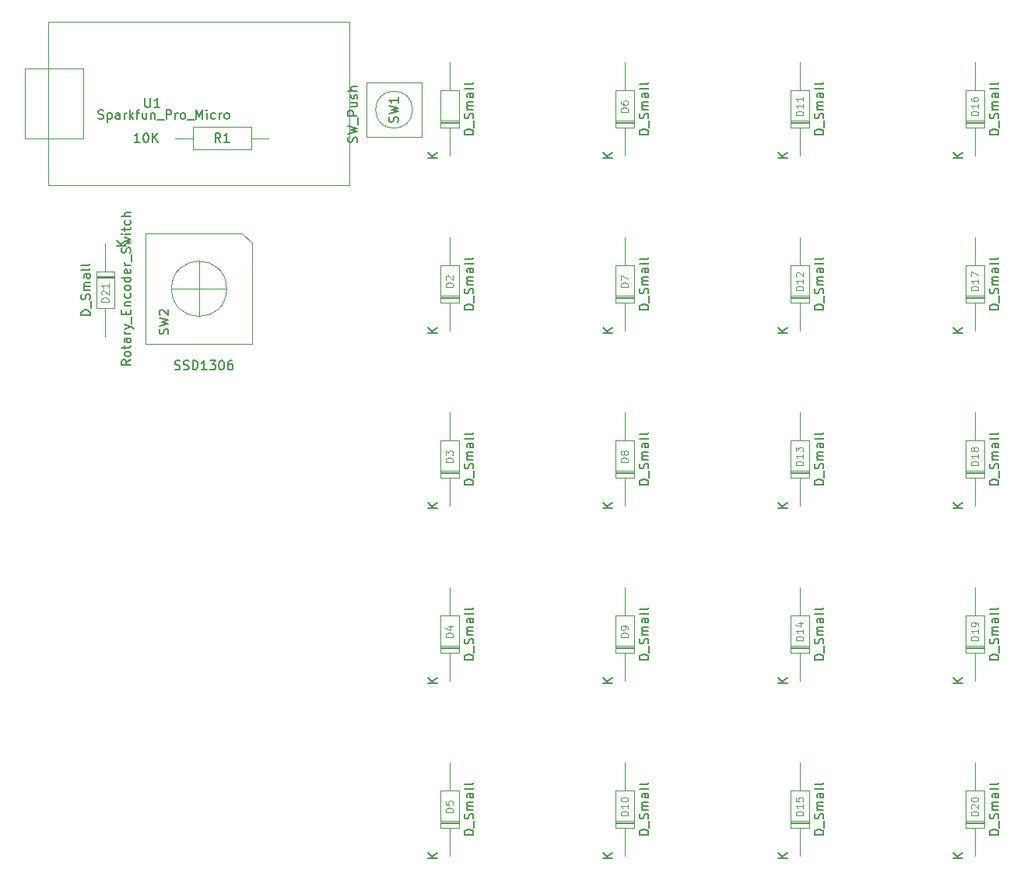
<source format=gbr>
G04 #@! TF.GenerationSoftware,KiCad,Pcbnew,(5.1.10)-1*
G04 #@! TF.CreationDate,2021-09-16T00:51:03+02:00*
G04 #@! TF.ProjectId,SheepyPad,53686565-7079-4506-9164-2e6b69636164,rev?*
G04 #@! TF.SameCoordinates,Original*
G04 #@! TF.FileFunction,Other,Fab,Top*
%FSLAX46Y46*%
G04 Gerber Fmt 4.6, Leading zero omitted, Abs format (unit mm)*
G04 Created by KiCad (PCBNEW (5.1.10)-1) date 2021-09-16 00:51:03*
%MOMM*%
%LPD*%
G01*
G04 APERTURE LIST*
%ADD10C,0.100000*%
%ADD11C,0.120000*%
%ADD12C,0.150000*%
G04 APERTURE END LIST*
D10*
X95758000Y-63500000D02*
X62992000Y-63500000D01*
X95758000Y-45720000D02*
X95758000Y-63500000D01*
X62992000Y-45720000D02*
X95758000Y-45720000D01*
X62992000Y-63500000D02*
X62992000Y-45720000D01*
X60452000Y-50800000D02*
X66802000Y-50800000D01*
X60452000Y-58420000D02*
X60452000Y-50800000D01*
X66802000Y-58420000D02*
X60452000Y-58420000D01*
X66802000Y-50800000D02*
X66802000Y-58420000D01*
X102635564Y-55320000D02*
G75*
G03*
X102635564Y-55320000I-2015564J0D01*
G01*
X103620000Y-52320000D02*
X103620000Y-55320000D01*
X97620000Y-52320000D02*
X103620000Y-52320000D01*
X97620000Y-58320000D02*
X97620000Y-52320000D01*
X103620000Y-58320000D02*
X97620000Y-58320000D01*
X103620000Y-55320000D02*
X103620000Y-58320000D01*
X86995000Y-58420000D02*
X85065000Y-58420000D01*
X76835000Y-58420000D02*
X78765000Y-58420000D01*
X85065000Y-57170000D02*
X78765000Y-57170000D01*
X85065000Y-59670000D02*
X85065000Y-57170000D01*
X78765000Y-59670000D02*
X85065000Y-59670000D01*
X78765000Y-57170000D02*
X78765000Y-59670000D01*
X70215000Y-73430000D02*
X68215000Y-73430000D01*
X70215000Y-73630000D02*
X68215000Y-73630000D01*
X70215000Y-73530000D02*
X68215000Y-73530000D01*
X69215000Y-80010000D02*
X69215000Y-76930000D01*
X69215000Y-69850000D02*
X69215000Y-72930000D01*
X70215000Y-76930000D02*
X70215000Y-72930000D01*
X68215000Y-76930000D02*
X70215000Y-76930000D01*
X68215000Y-72930000D02*
X68215000Y-76930000D01*
X70215000Y-72930000D02*
X68215000Y-72930000D01*
X143780000Y-75795000D02*
X145780000Y-75795000D01*
X143780000Y-75595000D02*
X145780000Y-75595000D01*
X143780000Y-75695000D02*
X145780000Y-75695000D01*
X144780000Y-69215000D02*
X144780000Y-72295000D01*
X144780000Y-79375000D02*
X144780000Y-76295000D01*
X143780000Y-72295000D02*
X143780000Y-76295000D01*
X145780000Y-72295000D02*
X143780000Y-72295000D01*
X145780000Y-76295000D02*
X145780000Y-72295000D01*
X143780000Y-76295000D02*
X145780000Y-76295000D01*
D11*
X82415000Y-74810000D02*
G75*
G03*
X82415000Y-74810000I-3000000J0D01*
G01*
X85215000Y-69810000D02*
X85215000Y-80810000D01*
X85215000Y-80810000D02*
X73615000Y-80810000D01*
X73615000Y-80810000D02*
X73615000Y-68810000D01*
X73615000Y-68810000D02*
X84115000Y-68810000D01*
X84115000Y-68810000D02*
X85215000Y-69810000D01*
X82415000Y-74810000D02*
X76415000Y-74810000D01*
X79415000Y-71810000D02*
X79415000Y-77810000D01*
D10*
X162830000Y-132945000D02*
X164830000Y-132945000D01*
X162830000Y-132745000D02*
X164830000Y-132745000D01*
X162830000Y-132845000D02*
X164830000Y-132845000D01*
X163830000Y-126365000D02*
X163830000Y-129445000D01*
X163830000Y-136525000D02*
X163830000Y-133445000D01*
X162830000Y-129445000D02*
X162830000Y-133445000D01*
X164830000Y-129445000D02*
X162830000Y-129445000D01*
X164830000Y-133445000D02*
X164830000Y-129445000D01*
X162830000Y-133445000D02*
X164830000Y-133445000D01*
X162830000Y-113895000D02*
X164830000Y-113895000D01*
X162830000Y-113695000D02*
X164830000Y-113695000D01*
X162830000Y-113795000D02*
X164830000Y-113795000D01*
X163830000Y-107315000D02*
X163830000Y-110395000D01*
X163830000Y-117475000D02*
X163830000Y-114395000D01*
X162830000Y-110395000D02*
X162830000Y-114395000D01*
X164830000Y-110395000D02*
X162830000Y-110395000D01*
X164830000Y-114395000D02*
X164830000Y-110395000D01*
X162830000Y-114395000D02*
X164830000Y-114395000D01*
X162830000Y-94845000D02*
X164830000Y-94845000D01*
X162830000Y-94645000D02*
X164830000Y-94645000D01*
X162830000Y-94745000D02*
X164830000Y-94745000D01*
X163830000Y-88265000D02*
X163830000Y-91345000D01*
X163830000Y-98425000D02*
X163830000Y-95345000D01*
X162830000Y-91345000D02*
X162830000Y-95345000D01*
X164830000Y-91345000D02*
X162830000Y-91345000D01*
X164830000Y-95345000D02*
X164830000Y-91345000D01*
X162830000Y-95345000D02*
X164830000Y-95345000D01*
X162830000Y-75795000D02*
X164830000Y-75795000D01*
X162830000Y-75595000D02*
X164830000Y-75595000D01*
X162830000Y-75695000D02*
X164830000Y-75695000D01*
X163830000Y-69215000D02*
X163830000Y-72295000D01*
X163830000Y-79375000D02*
X163830000Y-76295000D01*
X162830000Y-72295000D02*
X162830000Y-76295000D01*
X164830000Y-72295000D02*
X162830000Y-72295000D01*
X164830000Y-76295000D02*
X164830000Y-72295000D01*
X162830000Y-76295000D02*
X164830000Y-76295000D01*
X162830000Y-56745000D02*
X164830000Y-56745000D01*
X162830000Y-56545000D02*
X164830000Y-56545000D01*
X162830000Y-56645000D02*
X164830000Y-56645000D01*
X163830000Y-50165000D02*
X163830000Y-53245000D01*
X163830000Y-60325000D02*
X163830000Y-57245000D01*
X162830000Y-53245000D02*
X162830000Y-57245000D01*
X164830000Y-53245000D02*
X162830000Y-53245000D01*
X164830000Y-57245000D02*
X164830000Y-53245000D01*
X162830000Y-57245000D02*
X164830000Y-57245000D01*
X143780000Y-132945000D02*
X145780000Y-132945000D01*
X143780000Y-132745000D02*
X145780000Y-132745000D01*
X143780000Y-132845000D02*
X145780000Y-132845000D01*
X144780000Y-126365000D02*
X144780000Y-129445000D01*
X144780000Y-136525000D02*
X144780000Y-133445000D01*
X143780000Y-129445000D02*
X143780000Y-133445000D01*
X145780000Y-129445000D02*
X143780000Y-129445000D01*
X145780000Y-133445000D02*
X145780000Y-129445000D01*
X143780000Y-133445000D02*
X145780000Y-133445000D01*
X143780000Y-113895000D02*
X145780000Y-113895000D01*
X143780000Y-113695000D02*
X145780000Y-113695000D01*
X143780000Y-113795000D02*
X145780000Y-113795000D01*
X144780000Y-107315000D02*
X144780000Y-110395000D01*
X144780000Y-117475000D02*
X144780000Y-114395000D01*
X143780000Y-110395000D02*
X143780000Y-114395000D01*
X145780000Y-110395000D02*
X143780000Y-110395000D01*
X145780000Y-114395000D02*
X145780000Y-110395000D01*
X143780000Y-114395000D02*
X145780000Y-114395000D01*
X143780000Y-94845000D02*
X145780000Y-94845000D01*
X143780000Y-94645000D02*
X145780000Y-94645000D01*
X143780000Y-94745000D02*
X145780000Y-94745000D01*
X144780000Y-88265000D02*
X144780000Y-91345000D01*
X144780000Y-98425000D02*
X144780000Y-95345000D01*
X143780000Y-91345000D02*
X143780000Y-95345000D01*
X145780000Y-91345000D02*
X143780000Y-91345000D01*
X145780000Y-95345000D02*
X145780000Y-91345000D01*
X143780000Y-95345000D02*
X145780000Y-95345000D01*
X143780000Y-56745000D02*
X145780000Y-56745000D01*
X143780000Y-56545000D02*
X145780000Y-56545000D01*
X143780000Y-56645000D02*
X145780000Y-56645000D01*
X144780000Y-50165000D02*
X144780000Y-53245000D01*
X144780000Y-60325000D02*
X144780000Y-57245000D01*
X143780000Y-53245000D02*
X143780000Y-57245000D01*
X145780000Y-53245000D02*
X143780000Y-53245000D01*
X145780000Y-57245000D02*
X145780000Y-53245000D01*
X143780000Y-57245000D02*
X145780000Y-57245000D01*
X124730000Y-132945000D02*
X126730000Y-132945000D01*
X124730000Y-132745000D02*
X126730000Y-132745000D01*
X124730000Y-132845000D02*
X126730000Y-132845000D01*
X125730000Y-126365000D02*
X125730000Y-129445000D01*
X125730000Y-136525000D02*
X125730000Y-133445000D01*
X124730000Y-129445000D02*
X124730000Y-133445000D01*
X126730000Y-129445000D02*
X124730000Y-129445000D01*
X126730000Y-133445000D02*
X126730000Y-129445000D01*
X124730000Y-133445000D02*
X126730000Y-133445000D01*
X124730000Y-113895000D02*
X126730000Y-113895000D01*
X124730000Y-113695000D02*
X126730000Y-113695000D01*
X124730000Y-113795000D02*
X126730000Y-113795000D01*
X125730000Y-107315000D02*
X125730000Y-110395000D01*
X125730000Y-117475000D02*
X125730000Y-114395000D01*
X124730000Y-110395000D02*
X124730000Y-114395000D01*
X126730000Y-110395000D02*
X124730000Y-110395000D01*
X126730000Y-114395000D02*
X126730000Y-110395000D01*
X124730000Y-114395000D02*
X126730000Y-114395000D01*
X124730000Y-94845000D02*
X126730000Y-94845000D01*
X124730000Y-94645000D02*
X126730000Y-94645000D01*
X124730000Y-94745000D02*
X126730000Y-94745000D01*
X125730000Y-88265000D02*
X125730000Y-91345000D01*
X125730000Y-98425000D02*
X125730000Y-95345000D01*
X124730000Y-91345000D02*
X124730000Y-95345000D01*
X126730000Y-91345000D02*
X124730000Y-91345000D01*
X126730000Y-95345000D02*
X126730000Y-91345000D01*
X124730000Y-95345000D02*
X126730000Y-95345000D01*
X124730000Y-75795000D02*
X126730000Y-75795000D01*
X124730000Y-75595000D02*
X126730000Y-75595000D01*
X124730000Y-75695000D02*
X126730000Y-75695000D01*
X125730000Y-69215000D02*
X125730000Y-72295000D01*
X125730000Y-79375000D02*
X125730000Y-76295000D01*
X124730000Y-72295000D02*
X124730000Y-76295000D01*
X126730000Y-72295000D02*
X124730000Y-72295000D01*
X126730000Y-76295000D02*
X126730000Y-72295000D01*
X124730000Y-76295000D02*
X126730000Y-76295000D01*
X124730000Y-56745000D02*
X126730000Y-56745000D01*
X124730000Y-56545000D02*
X126730000Y-56545000D01*
X124730000Y-56645000D02*
X126730000Y-56645000D01*
X125730000Y-50165000D02*
X125730000Y-53245000D01*
X125730000Y-60325000D02*
X125730000Y-57245000D01*
X124730000Y-53245000D02*
X124730000Y-57245000D01*
X126730000Y-53245000D02*
X124730000Y-53245000D01*
X126730000Y-57245000D02*
X126730000Y-53245000D01*
X124730000Y-57245000D02*
X126730000Y-57245000D01*
X105680000Y-132945000D02*
X107680000Y-132945000D01*
X105680000Y-132745000D02*
X107680000Y-132745000D01*
X105680000Y-132845000D02*
X107680000Y-132845000D01*
X106680000Y-126365000D02*
X106680000Y-129445000D01*
X106680000Y-136525000D02*
X106680000Y-133445000D01*
X105680000Y-129445000D02*
X105680000Y-133445000D01*
X107680000Y-129445000D02*
X105680000Y-129445000D01*
X107680000Y-133445000D02*
X107680000Y-129445000D01*
X105680000Y-133445000D02*
X107680000Y-133445000D01*
X105680000Y-113895000D02*
X107680000Y-113895000D01*
X105680000Y-113695000D02*
X107680000Y-113695000D01*
X105680000Y-113795000D02*
X107680000Y-113795000D01*
X106680000Y-107315000D02*
X106680000Y-110395000D01*
X106680000Y-117475000D02*
X106680000Y-114395000D01*
X105680000Y-110395000D02*
X105680000Y-114395000D01*
X107680000Y-110395000D02*
X105680000Y-110395000D01*
X107680000Y-114395000D02*
X107680000Y-110395000D01*
X105680000Y-114395000D02*
X107680000Y-114395000D01*
X105680000Y-94845000D02*
X107680000Y-94845000D01*
X105680000Y-94645000D02*
X107680000Y-94645000D01*
X105680000Y-94745000D02*
X107680000Y-94745000D01*
X106680000Y-88265000D02*
X106680000Y-91345000D01*
X106680000Y-98425000D02*
X106680000Y-95345000D01*
X105680000Y-91345000D02*
X105680000Y-95345000D01*
X107680000Y-91345000D02*
X105680000Y-91345000D01*
X107680000Y-95345000D02*
X107680000Y-91345000D01*
X105680000Y-95345000D02*
X107680000Y-95345000D01*
X105680000Y-75795000D02*
X107680000Y-75795000D01*
X105680000Y-75595000D02*
X107680000Y-75595000D01*
X105680000Y-75695000D02*
X107680000Y-75695000D01*
X106680000Y-69215000D02*
X106680000Y-72295000D01*
X106680000Y-79375000D02*
X106680000Y-76295000D01*
X105680000Y-72295000D02*
X105680000Y-76295000D01*
X107680000Y-72295000D02*
X105680000Y-72295000D01*
X107680000Y-76295000D02*
X107680000Y-72295000D01*
X105680000Y-76295000D02*
X107680000Y-76295000D01*
X105680000Y-56745000D02*
X107680000Y-56745000D01*
X105680000Y-56545000D02*
X107680000Y-56545000D01*
X105680000Y-56645000D02*
X107680000Y-56645000D01*
X106680000Y-50165000D02*
X106680000Y-53245000D01*
X106680000Y-60325000D02*
X106680000Y-57245000D01*
X105680000Y-53245000D02*
X105680000Y-57245000D01*
X107680000Y-53245000D02*
X105680000Y-53245000D01*
X107680000Y-57245000D02*
X107680000Y-53245000D01*
X105680000Y-57245000D02*
X107680000Y-57245000D01*
D12*
X68445952Y-56284761D02*
X68588809Y-56332380D01*
X68826904Y-56332380D01*
X68922142Y-56284761D01*
X68969761Y-56237142D01*
X69017380Y-56141904D01*
X69017380Y-56046666D01*
X68969761Y-55951428D01*
X68922142Y-55903809D01*
X68826904Y-55856190D01*
X68636428Y-55808571D01*
X68541190Y-55760952D01*
X68493571Y-55713333D01*
X68445952Y-55618095D01*
X68445952Y-55522857D01*
X68493571Y-55427619D01*
X68541190Y-55380000D01*
X68636428Y-55332380D01*
X68874523Y-55332380D01*
X69017380Y-55380000D01*
X69445952Y-55665714D02*
X69445952Y-56665714D01*
X69445952Y-55713333D02*
X69541190Y-55665714D01*
X69731666Y-55665714D01*
X69826904Y-55713333D01*
X69874523Y-55760952D01*
X69922142Y-55856190D01*
X69922142Y-56141904D01*
X69874523Y-56237142D01*
X69826904Y-56284761D01*
X69731666Y-56332380D01*
X69541190Y-56332380D01*
X69445952Y-56284761D01*
X70779285Y-56332380D02*
X70779285Y-55808571D01*
X70731666Y-55713333D01*
X70636428Y-55665714D01*
X70445952Y-55665714D01*
X70350714Y-55713333D01*
X70779285Y-56284761D02*
X70684047Y-56332380D01*
X70445952Y-56332380D01*
X70350714Y-56284761D01*
X70303095Y-56189523D01*
X70303095Y-56094285D01*
X70350714Y-55999047D01*
X70445952Y-55951428D01*
X70684047Y-55951428D01*
X70779285Y-55903809D01*
X71255476Y-56332380D02*
X71255476Y-55665714D01*
X71255476Y-55856190D02*
X71303095Y-55760952D01*
X71350714Y-55713333D01*
X71445952Y-55665714D01*
X71541190Y-55665714D01*
X71874523Y-56332380D02*
X71874523Y-55332380D01*
X71969761Y-55951428D02*
X72255476Y-56332380D01*
X72255476Y-55665714D02*
X71874523Y-56046666D01*
X72541190Y-55665714D02*
X72922142Y-55665714D01*
X72684047Y-56332380D02*
X72684047Y-55475238D01*
X72731666Y-55380000D01*
X72826904Y-55332380D01*
X72922142Y-55332380D01*
X73684047Y-55665714D02*
X73684047Y-56332380D01*
X73255476Y-55665714D02*
X73255476Y-56189523D01*
X73303095Y-56284761D01*
X73398333Y-56332380D01*
X73541190Y-56332380D01*
X73636428Y-56284761D01*
X73684047Y-56237142D01*
X74160238Y-55665714D02*
X74160238Y-56332380D01*
X74160238Y-55760952D02*
X74207857Y-55713333D01*
X74303095Y-55665714D01*
X74445952Y-55665714D01*
X74541190Y-55713333D01*
X74588809Y-55808571D01*
X74588809Y-56332380D01*
X74826904Y-56427619D02*
X75588809Y-56427619D01*
X75826904Y-56332380D02*
X75826904Y-55332380D01*
X76207857Y-55332380D01*
X76303095Y-55380000D01*
X76350714Y-55427619D01*
X76398333Y-55522857D01*
X76398333Y-55665714D01*
X76350714Y-55760952D01*
X76303095Y-55808571D01*
X76207857Y-55856190D01*
X75826904Y-55856190D01*
X76826904Y-56332380D02*
X76826904Y-55665714D01*
X76826904Y-55856190D02*
X76874523Y-55760952D01*
X76922142Y-55713333D01*
X77017380Y-55665714D01*
X77112619Y-55665714D01*
X77588809Y-56332380D02*
X77493571Y-56284761D01*
X77445952Y-56237142D01*
X77398333Y-56141904D01*
X77398333Y-55856190D01*
X77445952Y-55760952D01*
X77493571Y-55713333D01*
X77588809Y-55665714D01*
X77731666Y-55665714D01*
X77826904Y-55713333D01*
X77874523Y-55760952D01*
X77922142Y-55856190D01*
X77922142Y-56141904D01*
X77874523Y-56237142D01*
X77826904Y-56284761D01*
X77731666Y-56332380D01*
X77588809Y-56332380D01*
X78112619Y-56427619D02*
X78874523Y-56427619D01*
X79112619Y-56332380D02*
X79112619Y-55332380D01*
X79445952Y-56046666D01*
X79779285Y-55332380D01*
X79779285Y-56332380D01*
X80255476Y-56332380D02*
X80255476Y-55665714D01*
X80255476Y-55332380D02*
X80207857Y-55380000D01*
X80255476Y-55427619D01*
X80303095Y-55380000D01*
X80255476Y-55332380D01*
X80255476Y-55427619D01*
X81160238Y-56284761D02*
X81065000Y-56332380D01*
X80874523Y-56332380D01*
X80779285Y-56284761D01*
X80731666Y-56237142D01*
X80684047Y-56141904D01*
X80684047Y-55856190D01*
X80731666Y-55760952D01*
X80779285Y-55713333D01*
X80874523Y-55665714D01*
X81065000Y-55665714D01*
X81160238Y-55713333D01*
X81588809Y-56332380D02*
X81588809Y-55665714D01*
X81588809Y-55856190D02*
X81636428Y-55760952D01*
X81684047Y-55713333D01*
X81779285Y-55665714D01*
X81874523Y-55665714D01*
X82350714Y-56332380D02*
X82255476Y-56284761D01*
X82207857Y-56237142D01*
X82160238Y-56141904D01*
X82160238Y-55856190D01*
X82207857Y-55760952D01*
X82255476Y-55713333D01*
X82350714Y-55665714D01*
X82493571Y-55665714D01*
X82588809Y-55713333D01*
X82636428Y-55760952D01*
X82684047Y-55856190D01*
X82684047Y-56141904D01*
X82636428Y-56237142D01*
X82588809Y-56284761D01*
X82493571Y-56332380D01*
X82350714Y-56332380D01*
X73533095Y-54062380D02*
X73533095Y-54871904D01*
X73580714Y-54967142D01*
X73628333Y-55014761D01*
X73723571Y-55062380D01*
X73914047Y-55062380D01*
X74009285Y-55014761D01*
X74056904Y-54967142D01*
X74104523Y-54871904D01*
X74104523Y-54062380D01*
X75104523Y-55062380D02*
X74533095Y-55062380D01*
X74818809Y-55062380D02*
X74818809Y-54062380D01*
X74723571Y-54205238D01*
X74628333Y-54300476D01*
X74533095Y-54348095D01*
X76758333Y-83559761D02*
X76901190Y-83607380D01*
X77139285Y-83607380D01*
X77234523Y-83559761D01*
X77282142Y-83512142D01*
X77329761Y-83416904D01*
X77329761Y-83321666D01*
X77282142Y-83226428D01*
X77234523Y-83178809D01*
X77139285Y-83131190D01*
X76948809Y-83083571D01*
X76853571Y-83035952D01*
X76805952Y-82988333D01*
X76758333Y-82893095D01*
X76758333Y-82797857D01*
X76805952Y-82702619D01*
X76853571Y-82655000D01*
X76948809Y-82607380D01*
X77186904Y-82607380D01*
X77329761Y-82655000D01*
X77710714Y-83559761D02*
X77853571Y-83607380D01*
X78091666Y-83607380D01*
X78186904Y-83559761D01*
X78234523Y-83512142D01*
X78282142Y-83416904D01*
X78282142Y-83321666D01*
X78234523Y-83226428D01*
X78186904Y-83178809D01*
X78091666Y-83131190D01*
X77901190Y-83083571D01*
X77805952Y-83035952D01*
X77758333Y-82988333D01*
X77710714Y-82893095D01*
X77710714Y-82797857D01*
X77758333Y-82702619D01*
X77805952Y-82655000D01*
X77901190Y-82607380D01*
X78139285Y-82607380D01*
X78282142Y-82655000D01*
X78710714Y-83607380D02*
X78710714Y-82607380D01*
X78948809Y-82607380D01*
X79091666Y-82655000D01*
X79186904Y-82750238D01*
X79234523Y-82845476D01*
X79282142Y-83035952D01*
X79282142Y-83178809D01*
X79234523Y-83369285D01*
X79186904Y-83464523D01*
X79091666Y-83559761D01*
X78948809Y-83607380D01*
X78710714Y-83607380D01*
X80234523Y-83607380D02*
X79663095Y-83607380D01*
X79948809Y-83607380D02*
X79948809Y-82607380D01*
X79853571Y-82750238D01*
X79758333Y-82845476D01*
X79663095Y-82893095D01*
X80567857Y-82607380D02*
X81186904Y-82607380D01*
X80853571Y-82988333D01*
X80996428Y-82988333D01*
X81091666Y-83035952D01*
X81139285Y-83083571D01*
X81186904Y-83178809D01*
X81186904Y-83416904D01*
X81139285Y-83512142D01*
X81091666Y-83559761D01*
X80996428Y-83607380D01*
X80710714Y-83607380D01*
X80615476Y-83559761D01*
X80567857Y-83512142D01*
X81805952Y-82607380D02*
X81901190Y-82607380D01*
X81996428Y-82655000D01*
X82044047Y-82702619D01*
X82091666Y-82797857D01*
X82139285Y-82988333D01*
X82139285Y-83226428D01*
X82091666Y-83416904D01*
X82044047Y-83512142D01*
X81996428Y-83559761D01*
X81901190Y-83607380D01*
X81805952Y-83607380D01*
X81710714Y-83559761D01*
X81663095Y-83512142D01*
X81615476Y-83416904D01*
X81567857Y-83226428D01*
X81567857Y-82988333D01*
X81615476Y-82797857D01*
X81663095Y-82702619D01*
X81710714Y-82655000D01*
X81805952Y-82607380D01*
X82996428Y-82607380D02*
X82805952Y-82607380D01*
X82710714Y-82655000D01*
X82663095Y-82702619D01*
X82567857Y-82845476D01*
X82520238Y-83035952D01*
X82520238Y-83416904D01*
X82567857Y-83512142D01*
X82615476Y-83559761D01*
X82710714Y-83607380D01*
X82901190Y-83607380D01*
X82996428Y-83559761D01*
X83044047Y-83512142D01*
X83091666Y-83416904D01*
X83091666Y-83178809D01*
X83044047Y-83083571D01*
X82996428Y-83035952D01*
X82901190Y-82988333D01*
X82710714Y-82988333D01*
X82615476Y-83035952D01*
X82567857Y-83083571D01*
X82520238Y-83178809D01*
X96574761Y-58867619D02*
X96622380Y-58724761D01*
X96622380Y-58486666D01*
X96574761Y-58391428D01*
X96527142Y-58343809D01*
X96431904Y-58296190D01*
X96336666Y-58296190D01*
X96241428Y-58343809D01*
X96193809Y-58391428D01*
X96146190Y-58486666D01*
X96098571Y-58677142D01*
X96050952Y-58772380D01*
X96003333Y-58820000D01*
X95908095Y-58867619D01*
X95812857Y-58867619D01*
X95717619Y-58820000D01*
X95670000Y-58772380D01*
X95622380Y-58677142D01*
X95622380Y-58439047D01*
X95670000Y-58296190D01*
X95622380Y-57962857D02*
X96622380Y-57724761D01*
X95908095Y-57534285D01*
X96622380Y-57343809D01*
X95622380Y-57105714D01*
X96717619Y-56962857D02*
X96717619Y-56200952D01*
X96622380Y-55962857D02*
X95622380Y-55962857D01*
X95622380Y-55581904D01*
X95670000Y-55486666D01*
X95717619Y-55439047D01*
X95812857Y-55391428D01*
X95955714Y-55391428D01*
X96050952Y-55439047D01*
X96098571Y-55486666D01*
X96146190Y-55581904D01*
X96146190Y-55962857D01*
X95955714Y-54534285D02*
X96622380Y-54534285D01*
X95955714Y-54962857D02*
X96479523Y-54962857D01*
X96574761Y-54915238D01*
X96622380Y-54820000D01*
X96622380Y-54677142D01*
X96574761Y-54581904D01*
X96527142Y-54534285D01*
X96574761Y-54105714D02*
X96622380Y-54010476D01*
X96622380Y-53820000D01*
X96574761Y-53724761D01*
X96479523Y-53677142D01*
X96431904Y-53677142D01*
X96336666Y-53724761D01*
X96289047Y-53820000D01*
X96289047Y-53962857D01*
X96241428Y-54058095D01*
X96146190Y-54105714D01*
X96098571Y-54105714D01*
X96003333Y-54058095D01*
X95955714Y-53962857D01*
X95955714Y-53820000D01*
X96003333Y-53724761D01*
X96622380Y-53248571D02*
X95622380Y-53248571D01*
X96622380Y-52820000D02*
X96098571Y-52820000D01*
X96003333Y-52867619D01*
X95955714Y-52962857D01*
X95955714Y-53105714D01*
X96003333Y-53200952D01*
X96050952Y-53248571D01*
X101024761Y-56653333D02*
X101072380Y-56510476D01*
X101072380Y-56272380D01*
X101024761Y-56177142D01*
X100977142Y-56129523D01*
X100881904Y-56081904D01*
X100786666Y-56081904D01*
X100691428Y-56129523D01*
X100643809Y-56177142D01*
X100596190Y-56272380D01*
X100548571Y-56462857D01*
X100500952Y-56558095D01*
X100453333Y-56605714D01*
X100358095Y-56653333D01*
X100262857Y-56653333D01*
X100167619Y-56605714D01*
X100120000Y-56558095D01*
X100072380Y-56462857D01*
X100072380Y-56224761D01*
X100120000Y-56081904D01*
X100072380Y-55748571D02*
X101072380Y-55510476D01*
X100358095Y-55320000D01*
X101072380Y-55129523D01*
X100072380Y-54891428D01*
X101072380Y-53986666D02*
X101072380Y-54558095D01*
X101072380Y-54272380D02*
X100072380Y-54272380D01*
X100215238Y-54367619D01*
X100310476Y-54462857D01*
X100358095Y-54558095D01*
X72969523Y-58872380D02*
X72398095Y-58872380D01*
X72683809Y-58872380D02*
X72683809Y-57872380D01*
X72588571Y-58015238D01*
X72493333Y-58110476D01*
X72398095Y-58158095D01*
X73588571Y-57872380D02*
X73683809Y-57872380D01*
X73779047Y-57920000D01*
X73826666Y-57967619D01*
X73874285Y-58062857D01*
X73921904Y-58253333D01*
X73921904Y-58491428D01*
X73874285Y-58681904D01*
X73826666Y-58777142D01*
X73779047Y-58824761D01*
X73683809Y-58872380D01*
X73588571Y-58872380D01*
X73493333Y-58824761D01*
X73445714Y-58777142D01*
X73398095Y-58681904D01*
X73350476Y-58491428D01*
X73350476Y-58253333D01*
X73398095Y-58062857D01*
X73445714Y-57967619D01*
X73493333Y-57920000D01*
X73588571Y-57872380D01*
X74350476Y-58872380D02*
X74350476Y-57872380D01*
X74921904Y-58872380D02*
X74493333Y-58300952D01*
X74921904Y-57872380D02*
X74350476Y-58443809D01*
X81748333Y-58872380D02*
X81415000Y-58396190D01*
X81176904Y-58872380D02*
X81176904Y-57872380D01*
X81557857Y-57872380D01*
X81653095Y-57920000D01*
X81700714Y-57967619D01*
X81748333Y-58062857D01*
X81748333Y-58205714D01*
X81700714Y-58300952D01*
X81653095Y-58348571D01*
X81557857Y-58396190D01*
X81176904Y-58396190D01*
X82700714Y-58872380D02*
X82129285Y-58872380D01*
X82415000Y-58872380D02*
X82415000Y-57872380D01*
X82319761Y-58015238D01*
X82224523Y-58110476D01*
X82129285Y-58158095D01*
X67547380Y-77691904D02*
X66547380Y-77691904D01*
X66547380Y-77453809D01*
X66595000Y-77310952D01*
X66690238Y-77215714D01*
X66785476Y-77168095D01*
X66975952Y-77120476D01*
X67118809Y-77120476D01*
X67309285Y-77168095D01*
X67404523Y-77215714D01*
X67499761Y-77310952D01*
X67547380Y-77453809D01*
X67547380Y-77691904D01*
X67642619Y-76930000D02*
X67642619Y-76168095D01*
X67499761Y-75977619D02*
X67547380Y-75834761D01*
X67547380Y-75596666D01*
X67499761Y-75501428D01*
X67452142Y-75453809D01*
X67356904Y-75406190D01*
X67261666Y-75406190D01*
X67166428Y-75453809D01*
X67118809Y-75501428D01*
X67071190Y-75596666D01*
X67023571Y-75787142D01*
X66975952Y-75882380D01*
X66928333Y-75930000D01*
X66833095Y-75977619D01*
X66737857Y-75977619D01*
X66642619Y-75930000D01*
X66595000Y-75882380D01*
X66547380Y-75787142D01*
X66547380Y-75549047D01*
X66595000Y-75406190D01*
X67547380Y-74977619D02*
X66880714Y-74977619D01*
X66975952Y-74977619D02*
X66928333Y-74930000D01*
X66880714Y-74834761D01*
X66880714Y-74691904D01*
X66928333Y-74596666D01*
X67023571Y-74549047D01*
X67547380Y-74549047D01*
X67023571Y-74549047D02*
X66928333Y-74501428D01*
X66880714Y-74406190D01*
X66880714Y-74263333D01*
X66928333Y-74168095D01*
X67023571Y-74120476D01*
X67547380Y-74120476D01*
X67547380Y-73215714D02*
X67023571Y-73215714D01*
X66928333Y-73263333D01*
X66880714Y-73358571D01*
X66880714Y-73549047D01*
X66928333Y-73644285D01*
X67499761Y-73215714D02*
X67547380Y-73310952D01*
X67547380Y-73549047D01*
X67499761Y-73644285D01*
X67404523Y-73691904D01*
X67309285Y-73691904D01*
X67214047Y-73644285D01*
X67166428Y-73549047D01*
X67166428Y-73310952D01*
X67118809Y-73215714D01*
X67547380Y-72596666D02*
X67499761Y-72691904D01*
X67404523Y-72739523D01*
X66547380Y-72739523D01*
X67547380Y-72072857D02*
X67499761Y-72168095D01*
X67404523Y-72215714D01*
X66547380Y-72215714D01*
X71467380Y-70111904D02*
X70467380Y-70111904D01*
X71467380Y-69540476D02*
X70895952Y-69969047D01*
X70467380Y-69540476D02*
X71038809Y-70111904D01*
D11*
X69576904Y-76201428D02*
X68776904Y-76201428D01*
X68776904Y-76010952D01*
X68815000Y-75896666D01*
X68891190Y-75820476D01*
X68967380Y-75782380D01*
X69119761Y-75744285D01*
X69234047Y-75744285D01*
X69386428Y-75782380D01*
X69462619Y-75820476D01*
X69538809Y-75896666D01*
X69576904Y-76010952D01*
X69576904Y-76201428D01*
X68853095Y-75439523D02*
X68815000Y-75401428D01*
X68776904Y-75325238D01*
X68776904Y-75134761D01*
X68815000Y-75058571D01*
X68853095Y-75020476D01*
X68929285Y-74982380D01*
X69005476Y-74982380D01*
X69119761Y-75020476D01*
X69576904Y-75477619D01*
X69576904Y-74982380D01*
X69576904Y-74220476D02*
X69576904Y-74677619D01*
X69576904Y-74449047D02*
X68776904Y-74449047D01*
X68891190Y-74525238D01*
X68967380Y-74601428D01*
X69005476Y-74677619D01*
D12*
X147352380Y-77056904D02*
X146352380Y-77056904D01*
X146352380Y-76818809D01*
X146400000Y-76675952D01*
X146495238Y-76580714D01*
X146590476Y-76533095D01*
X146780952Y-76485476D01*
X146923809Y-76485476D01*
X147114285Y-76533095D01*
X147209523Y-76580714D01*
X147304761Y-76675952D01*
X147352380Y-76818809D01*
X147352380Y-77056904D01*
X147447619Y-76295000D02*
X147447619Y-75533095D01*
X147304761Y-75342619D02*
X147352380Y-75199761D01*
X147352380Y-74961666D01*
X147304761Y-74866428D01*
X147257142Y-74818809D01*
X147161904Y-74771190D01*
X147066666Y-74771190D01*
X146971428Y-74818809D01*
X146923809Y-74866428D01*
X146876190Y-74961666D01*
X146828571Y-75152142D01*
X146780952Y-75247380D01*
X146733333Y-75295000D01*
X146638095Y-75342619D01*
X146542857Y-75342619D01*
X146447619Y-75295000D01*
X146400000Y-75247380D01*
X146352380Y-75152142D01*
X146352380Y-74914047D01*
X146400000Y-74771190D01*
X147352380Y-74342619D02*
X146685714Y-74342619D01*
X146780952Y-74342619D02*
X146733333Y-74295000D01*
X146685714Y-74199761D01*
X146685714Y-74056904D01*
X146733333Y-73961666D01*
X146828571Y-73914047D01*
X147352380Y-73914047D01*
X146828571Y-73914047D02*
X146733333Y-73866428D01*
X146685714Y-73771190D01*
X146685714Y-73628333D01*
X146733333Y-73533095D01*
X146828571Y-73485476D01*
X147352380Y-73485476D01*
X147352380Y-72580714D02*
X146828571Y-72580714D01*
X146733333Y-72628333D01*
X146685714Y-72723571D01*
X146685714Y-72914047D01*
X146733333Y-73009285D01*
X147304761Y-72580714D02*
X147352380Y-72675952D01*
X147352380Y-72914047D01*
X147304761Y-73009285D01*
X147209523Y-73056904D01*
X147114285Y-73056904D01*
X147019047Y-73009285D01*
X146971428Y-72914047D01*
X146971428Y-72675952D01*
X146923809Y-72580714D01*
X147352380Y-71961666D02*
X147304761Y-72056904D01*
X147209523Y-72104523D01*
X146352380Y-72104523D01*
X147352380Y-71437857D02*
X147304761Y-71533095D01*
X147209523Y-71580714D01*
X146352380Y-71580714D01*
X143432380Y-79636904D02*
X142432380Y-79636904D01*
X143432380Y-79065476D02*
X142860952Y-79494047D01*
X142432380Y-79065476D02*
X143003809Y-79636904D01*
D11*
X145141904Y-74966428D02*
X144341904Y-74966428D01*
X144341904Y-74775952D01*
X144380000Y-74661666D01*
X144456190Y-74585476D01*
X144532380Y-74547380D01*
X144684761Y-74509285D01*
X144799047Y-74509285D01*
X144951428Y-74547380D01*
X145027619Y-74585476D01*
X145103809Y-74661666D01*
X145141904Y-74775952D01*
X145141904Y-74966428D01*
X145141904Y-73747380D02*
X145141904Y-74204523D01*
X145141904Y-73975952D02*
X144341904Y-73975952D01*
X144456190Y-74052142D01*
X144532380Y-74128333D01*
X144570476Y-74204523D01*
X144418095Y-73442619D02*
X144380000Y-73404523D01*
X144341904Y-73328333D01*
X144341904Y-73137857D01*
X144380000Y-73061666D01*
X144418095Y-73023571D01*
X144494285Y-72985476D01*
X144570476Y-72985476D01*
X144684761Y-73023571D01*
X145141904Y-73480714D01*
X145141904Y-72985476D01*
D12*
X71967380Y-82524285D02*
X71491190Y-82857619D01*
X71967380Y-83095714D02*
X70967380Y-83095714D01*
X70967380Y-82714761D01*
X71015000Y-82619523D01*
X71062619Y-82571904D01*
X71157857Y-82524285D01*
X71300714Y-82524285D01*
X71395952Y-82571904D01*
X71443571Y-82619523D01*
X71491190Y-82714761D01*
X71491190Y-83095714D01*
X71967380Y-81952857D02*
X71919761Y-82048095D01*
X71872142Y-82095714D01*
X71776904Y-82143333D01*
X71491190Y-82143333D01*
X71395952Y-82095714D01*
X71348333Y-82048095D01*
X71300714Y-81952857D01*
X71300714Y-81810000D01*
X71348333Y-81714761D01*
X71395952Y-81667142D01*
X71491190Y-81619523D01*
X71776904Y-81619523D01*
X71872142Y-81667142D01*
X71919761Y-81714761D01*
X71967380Y-81810000D01*
X71967380Y-81952857D01*
X71300714Y-81333809D02*
X71300714Y-80952857D01*
X70967380Y-81190952D02*
X71824523Y-81190952D01*
X71919761Y-81143333D01*
X71967380Y-81048095D01*
X71967380Y-80952857D01*
X71967380Y-80190952D02*
X71443571Y-80190952D01*
X71348333Y-80238571D01*
X71300714Y-80333809D01*
X71300714Y-80524285D01*
X71348333Y-80619523D01*
X71919761Y-80190952D02*
X71967380Y-80286190D01*
X71967380Y-80524285D01*
X71919761Y-80619523D01*
X71824523Y-80667142D01*
X71729285Y-80667142D01*
X71634047Y-80619523D01*
X71586428Y-80524285D01*
X71586428Y-80286190D01*
X71538809Y-80190952D01*
X71967380Y-79714761D02*
X71300714Y-79714761D01*
X71491190Y-79714761D02*
X71395952Y-79667142D01*
X71348333Y-79619523D01*
X71300714Y-79524285D01*
X71300714Y-79429047D01*
X71300714Y-79190952D02*
X71967380Y-78952857D01*
X71300714Y-78714761D02*
X71967380Y-78952857D01*
X72205476Y-79048095D01*
X72253095Y-79095714D01*
X72300714Y-79190952D01*
X72062619Y-78571904D02*
X72062619Y-77810000D01*
X71443571Y-77571904D02*
X71443571Y-77238571D01*
X71967380Y-77095714D02*
X71967380Y-77571904D01*
X70967380Y-77571904D01*
X70967380Y-77095714D01*
X71300714Y-76667142D02*
X71967380Y-76667142D01*
X71395952Y-76667142D02*
X71348333Y-76619523D01*
X71300714Y-76524285D01*
X71300714Y-76381428D01*
X71348333Y-76286190D01*
X71443571Y-76238571D01*
X71967380Y-76238571D01*
X71919761Y-75333809D02*
X71967380Y-75429047D01*
X71967380Y-75619523D01*
X71919761Y-75714761D01*
X71872142Y-75762380D01*
X71776904Y-75810000D01*
X71491190Y-75810000D01*
X71395952Y-75762380D01*
X71348333Y-75714761D01*
X71300714Y-75619523D01*
X71300714Y-75429047D01*
X71348333Y-75333809D01*
X71967380Y-74762380D02*
X71919761Y-74857619D01*
X71872142Y-74905238D01*
X71776904Y-74952857D01*
X71491190Y-74952857D01*
X71395952Y-74905238D01*
X71348333Y-74857619D01*
X71300714Y-74762380D01*
X71300714Y-74619523D01*
X71348333Y-74524285D01*
X71395952Y-74476666D01*
X71491190Y-74429047D01*
X71776904Y-74429047D01*
X71872142Y-74476666D01*
X71919761Y-74524285D01*
X71967380Y-74619523D01*
X71967380Y-74762380D01*
X71967380Y-73571904D02*
X70967380Y-73571904D01*
X71919761Y-73571904D02*
X71967380Y-73667142D01*
X71967380Y-73857619D01*
X71919761Y-73952857D01*
X71872142Y-74000476D01*
X71776904Y-74048095D01*
X71491190Y-74048095D01*
X71395952Y-74000476D01*
X71348333Y-73952857D01*
X71300714Y-73857619D01*
X71300714Y-73667142D01*
X71348333Y-73571904D01*
X71919761Y-72714761D02*
X71967380Y-72810000D01*
X71967380Y-73000476D01*
X71919761Y-73095714D01*
X71824523Y-73143333D01*
X71443571Y-73143333D01*
X71348333Y-73095714D01*
X71300714Y-73000476D01*
X71300714Y-72810000D01*
X71348333Y-72714761D01*
X71443571Y-72667142D01*
X71538809Y-72667142D01*
X71634047Y-73143333D01*
X71967380Y-72238571D02*
X71300714Y-72238571D01*
X71491190Y-72238571D02*
X71395952Y-72190952D01*
X71348333Y-72143333D01*
X71300714Y-72048095D01*
X71300714Y-71952857D01*
X72062619Y-71857619D02*
X72062619Y-71095714D01*
X71919761Y-70905238D02*
X71967380Y-70762380D01*
X71967380Y-70524285D01*
X71919761Y-70429047D01*
X71872142Y-70381428D01*
X71776904Y-70333809D01*
X71681666Y-70333809D01*
X71586428Y-70381428D01*
X71538809Y-70429047D01*
X71491190Y-70524285D01*
X71443571Y-70714761D01*
X71395952Y-70810000D01*
X71348333Y-70857619D01*
X71253095Y-70905238D01*
X71157857Y-70905238D01*
X71062619Y-70857619D01*
X71015000Y-70810000D01*
X70967380Y-70714761D01*
X70967380Y-70476666D01*
X71015000Y-70333809D01*
X71300714Y-70000476D02*
X71967380Y-69810000D01*
X71491190Y-69619523D01*
X71967380Y-69429047D01*
X71300714Y-69238571D01*
X71967380Y-68857619D02*
X71300714Y-68857619D01*
X70967380Y-68857619D02*
X71015000Y-68905238D01*
X71062619Y-68857619D01*
X71015000Y-68810000D01*
X70967380Y-68857619D01*
X71062619Y-68857619D01*
X71300714Y-68524285D02*
X71300714Y-68143333D01*
X70967380Y-68381428D02*
X71824523Y-68381428D01*
X71919761Y-68333809D01*
X71967380Y-68238571D01*
X71967380Y-68143333D01*
X71919761Y-67381428D02*
X71967380Y-67476666D01*
X71967380Y-67667142D01*
X71919761Y-67762380D01*
X71872142Y-67810000D01*
X71776904Y-67857619D01*
X71491190Y-67857619D01*
X71395952Y-67810000D01*
X71348333Y-67762380D01*
X71300714Y-67667142D01*
X71300714Y-67476666D01*
X71348333Y-67381428D01*
X71967380Y-66952857D02*
X70967380Y-66952857D01*
X71967380Y-66524285D02*
X71443571Y-66524285D01*
X71348333Y-66571904D01*
X71300714Y-66667142D01*
X71300714Y-66810000D01*
X71348333Y-66905238D01*
X71395952Y-66952857D01*
X76019761Y-79743333D02*
X76067380Y-79600476D01*
X76067380Y-79362380D01*
X76019761Y-79267142D01*
X75972142Y-79219523D01*
X75876904Y-79171904D01*
X75781666Y-79171904D01*
X75686428Y-79219523D01*
X75638809Y-79267142D01*
X75591190Y-79362380D01*
X75543571Y-79552857D01*
X75495952Y-79648095D01*
X75448333Y-79695714D01*
X75353095Y-79743333D01*
X75257857Y-79743333D01*
X75162619Y-79695714D01*
X75115000Y-79648095D01*
X75067380Y-79552857D01*
X75067380Y-79314761D01*
X75115000Y-79171904D01*
X75067380Y-78838571D02*
X76067380Y-78600476D01*
X75353095Y-78410000D01*
X76067380Y-78219523D01*
X75067380Y-77981428D01*
X75162619Y-77648095D02*
X75115000Y-77600476D01*
X75067380Y-77505238D01*
X75067380Y-77267142D01*
X75115000Y-77171904D01*
X75162619Y-77124285D01*
X75257857Y-77076666D01*
X75353095Y-77076666D01*
X75495952Y-77124285D01*
X76067380Y-77695714D01*
X76067380Y-77076666D01*
X166402380Y-134206904D02*
X165402380Y-134206904D01*
X165402380Y-133968809D01*
X165450000Y-133825952D01*
X165545238Y-133730714D01*
X165640476Y-133683095D01*
X165830952Y-133635476D01*
X165973809Y-133635476D01*
X166164285Y-133683095D01*
X166259523Y-133730714D01*
X166354761Y-133825952D01*
X166402380Y-133968809D01*
X166402380Y-134206904D01*
X166497619Y-133445000D02*
X166497619Y-132683095D01*
X166354761Y-132492619D02*
X166402380Y-132349761D01*
X166402380Y-132111666D01*
X166354761Y-132016428D01*
X166307142Y-131968809D01*
X166211904Y-131921190D01*
X166116666Y-131921190D01*
X166021428Y-131968809D01*
X165973809Y-132016428D01*
X165926190Y-132111666D01*
X165878571Y-132302142D01*
X165830952Y-132397380D01*
X165783333Y-132445000D01*
X165688095Y-132492619D01*
X165592857Y-132492619D01*
X165497619Y-132445000D01*
X165450000Y-132397380D01*
X165402380Y-132302142D01*
X165402380Y-132064047D01*
X165450000Y-131921190D01*
X166402380Y-131492619D02*
X165735714Y-131492619D01*
X165830952Y-131492619D02*
X165783333Y-131445000D01*
X165735714Y-131349761D01*
X165735714Y-131206904D01*
X165783333Y-131111666D01*
X165878571Y-131064047D01*
X166402380Y-131064047D01*
X165878571Y-131064047D02*
X165783333Y-131016428D01*
X165735714Y-130921190D01*
X165735714Y-130778333D01*
X165783333Y-130683095D01*
X165878571Y-130635476D01*
X166402380Y-130635476D01*
X166402380Y-129730714D02*
X165878571Y-129730714D01*
X165783333Y-129778333D01*
X165735714Y-129873571D01*
X165735714Y-130064047D01*
X165783333Y-130159285D01*
X166354761Y-129730714D02*
X166402380Y-129825952D01*
X166402380Y-130064047D01*
X166354761Y-130159285D01*
X166259523Y-130206904D01*
X166164285Y-130206904D01*
X166069047Y-130159285D01*
X166021428Y-130064047D01*
X166021428Y-129825952D01*
X165973809Y-129730714D01*
X166402380Y-129111666D02*
X166354761Y-129206904D01*
X166259523Y-129254523D01*
X165402380Y-129254523D01*
X166402380Y-128587857D02*
X166354761Y-128683095D01*
X166259523Y-128730714D01*
X165402380Y-128730714D01*
X162482380Y-136786904D02*
X161482380Y-136786904D01*
X162482380Y-136215476D02*
X161910952Y-136644047D01*
X161482380Y-136215476D02*
X162053809Y-136786904D01*
D11*
X164191904Y-132116428D02*
X163391904Y-132116428D01*
X163391904Y-131925952D01*
X163430000Y-131811666D01*
X163506190Y-131735476D01*
X163582380Y-131697380D01*
X163734761Y-131659285D01*
X163849047Y-131659285D01*
X164001428Y-131697380D01*
X164077619Y-131735476D01*
X164153809Y-131811666D01*
X164191904Y-131925952D01*
X164191904Y-132116428D01*
X163468095Y-131354523D02*
X163430000Y-131316428D01*
X163391904Y-131240238D01*
X163391904Y-131049761D01*
X163430000Y-130973571D01*
X163468095Y-130935476D01*
X163544285Y-130897380D01*
X163620476Y-130897380D01*
X163734761Y-130935476D01*
X164191904Y-131392619D01*
X164191904Y-130897380D01*
X163391904Y-130402142D02*
X163391904Y-130325952D01*
X163430000Y-130249761D01*
X163468095Y-130211666D01*
X163544285Y-130173571D01*
X163696666Y-130135476D01*
X163887142Y-130135476D01*
X164039523Y-130173571D01*
X164115714Y-130211666D01*
X164153809Y-130249761D01*
X164191904Y-130325952D01*
X164191904Y-130402142D01*
X164153809Y-130478333D01*
X164115714Y-130516428D01*
X164039523Y-130554523D01*
X163887142Y-130592619D01*
X163696666Y-130592619D01*
X163544285Y-130554523D01*
X163468095Y-130516428D01*
X163430000Y-130478333D01*
X163391904Y-130402142D01*
D12*
X166402380Y-115156904D02*
X165402380Y-115156904D01*
X165402380Y-114918809D01*
X165450000Y-114775952D01*
X165545238Y-114680714D01*
X165640476Y-114633095D01*
X165830952Y-114585476D01*
X165973809Y-114585476D01*
X166164285Y-114633095D01*
X166259523Y-114680714D01*
X166354761Y-114775952D01*
X166402380Y-114918809D01*
X166402380Y-115156904D01*
X166497619Y-114395000D02*
X166497619Y-113633095D01*
X166354761Y-113442619D02*
X166402380Y-113299761D01*
X166402380Y-113061666D01*
X166354761Y-112966428D01*
X166307142Y-112918809D01*
X166211904Y-112871190D01*
X166116666Y-112871190D01*
X166021428Y-112918809D01*
X165973809Y-112966428D01*
X165926190Y-113061666D01*
X165878571Y-113252142D01*
X165830952Y-113347380D01*
X165783333Y-113395000D01*
X165688095Y-113442619D01*
X165592857Y-113442619D01*
X165497619Y-113395000D01*
X165450000Y-113347380D01*
X165402380Y-113252142D01*
X165402380Y-113014047D01*
X165450000Y-112871190D01*
X166402380Y-112442619D02*
X165735714Y-112442619D01*
X165830952Y-112442619D02*
X165783333Y-112395000D01*
X165735714Y-112299761D01*
X165735714Y-112156904D01*
X165783333Y-112061666D01*
X165878571Y-112014047D01*
X166402380Y-112014047D01*
X165878571Y-112014047D02*
X165783333Y-111966428D01*
X165735714Y-111871190D01*
X165735714Y-111728333D01*
X165783333Y-111633095D01*
X165878571Y-111585476D01*
X166402380Y-111585476D01*
X166402380Y-110680714D02*
X165878571Y-110680714D01*
X165783333Y-110728333D01*
X165735714Y-110823571D01*
X165735714Y-111014047D01*
X165783333Y-111109285D01*
X166354761Y-110680714D02*
X166402380Y-110775952D01*
X166402380Y-111014047D01*
X166354761Y-111109285D01*
X166259523Y-111156904D01*
X166164285Y-111156904D01*
X166069047Y-111109285D01*
X166021428Y-111014047D01*
X166021428Y-110775952D01*
X165973809Y-110680714D01*
X166402380Y-110061666D02*
X166354761Y-110156904D01*
X166259523Y-110204523D01*
X165402380Y-110204523D01*
X166402380Y-109537857D02*
X166354761Y-109633095D01*
X166259523Y-109680714D01*
X165402380Y-109680714D01*
X162482380Y-117736904D02*
X161482380Y-117736904D01*
X162482380Y-117165476D02*
X161910952Y-117594047D01*
X161482380Y-117165476D02*
X162053809Y-117736904D01*
D11*
X164191904Y-113066428D02*
X163391904Y-113066428D01*
X163391904Y-112875952D01*
X163430000Y-112761666D01*
X163506190Y-112685476D01*
X163582380Y-112647380D01*
X163734761Y-112609285D01*
X163849047Y-112609285D01*
X164001428Y-112647380D01*
X164077619Y-112685476D01*
X164153809Y-112761666D01*
X164191904Y-112875952D01*
X164191904Y-113066428D01*
X164191904Y-111847380D02*
X164191904Y-112304523D01*
X164191904Y-112075952D02*
X163391904Y-112075952D01*
X163506190Y-112152142D01*
X163582380Y-112228333D01*
X163620476Y-112304523D01*
X164191904Y-111466428D02*
X164191904Y-111314047D01*
X164153809Y-111237857D01*
X164115714Y-111199761D01*
X164001428Y-111123571D01*
X163849047Y-111085476D01*
X163544285Y-111085476D01*
X163468095Y-111123571D01*
X163430000Y-111161666D01*
X163391904Y-111237857D01*
X163391904Y-111390238D01*
X163430000Y-111466428D01*
X163468095Y-111504523D01*
X163544285Y-111542619D01*
X163734761Y-111542619D01*
X163810952Y-111504523D01*
X163849047Y-111466428D01*
X163887142Y-111390238D01*
X163887142Y-111237857D01*
X163849047Y-111161666D01*
X163810952Y-111123571D01*
X163734761Y-111085476D01*
D12*
X166402380Y-96106904D02*
X165402380Y-96106904D01*
X165402380Y-95868809D01*
X165450000Y-95725952D01*
X165545238Y-95630714D01*
X165640476Y-95583095D01*
X165830952Y-95535476D01*
X165973809Y-95535476D01*
X166164285Y-95583095D01*
X166259523Y-95630714D01*
X166354761Y-95725952D01*
X166402380Y-95868809D01*
X166402380Y-96106904D01*
X166497619Y-95345000D02*
X166497619Y-94583095D01*
X166354761Y-94392619D02*
X166402380Y-94249761D01*
X166402380Y-94011666D01*
X166354761Y-93916428D01*
X166307142Y-93868809D01*
X166211904Y-93821190D01*
X166116666Y-93821190D01*
X166021428Y-93868809D01*
X165973809Y-93916428D01*
X165926190Y-94011666D01*
X165878571Y-94202142D01*
X165830952Y-94297380D01*
X165783333Y-94345000D01*
X165688095Y-94392619D01*
X165592857Y-94392619D01*
X165497619Y-94345000D01*
X165450000Y-94297380D01*
X165402380Y-94202142D01*
X165402380Y-93964047D01*
X165450000Y-93821190D01*
X166402380Y-93392619D02*
X165735714Y-93392619D01*
X165830952Y-93392619D02*
X165783333Y-93345000D01*
X165735714Y-93249761D01*
X165735714Y-93106904D01*
X165783333Y-93011666D01*
X165878571Y-92964047D01*
X166402380Y-92964047D01*
X165878571Y-92964047D02*
X165783333Y-92916428D01*
X165735714Y-92821190D01*
X165735714Y-92678333D01*
X165783333Y-92583095D01*
X165878571Y-92535476D01*
X166402380Y-92535476D01*
X166402380Y-91630714D02*
X165878571Y-91630714D01*
X165783333Y-91678333D01*
X165735714Y-91773571D01*
X165735714Y-91964047D01*
X165783333Y-92059285D01*
X166354761Y-91630714D02*
X166402380Y-91725952D01*
X166402380Y-91964047D01*
X166354761Y-92059285D01*
X166259523Y-92106904D01*
X166164285Y-92106904D01*
X166069047Y-92059285D01*
X166021428Y-91964047D01*
X166021428Y-91725952D01*
X165973809Y-91630714D01*
X166402380Y-91011666D02*
X166354761Y-91106904D01*
X166259523Y-91154523D01*
X165402380Y-91154523D01*
X166402380Y-90487857D02*
X166354761Y-90583095D01*
X166259523Y-90630714D01*
X165402380Y-90630714D01*
X162482380Y-98686904D02*
X161482380Y-98686904D01*
X162482380Y-98115476D02*
X161910952Y-98544047D01*
X161482380Y-98115476D02*
X162053809Y-98686904D01*
D11*
X164191904Y-94016428D02*
X163391904Y-94016428D01*
X163391904Y-93825952D01*
X163430000Y-93711666D01*
X163506190Y-93635476D01*
X163582380Y-93597380D01*
X163734761Y-93559285D01*
X163849047Y-93559285D01*
X164001428Y-93597380D01*
X164077619Y-93635476D01*
X164153809Y-93711666D01*
X164191904Y-93825952D01*
X164191904Y-94016428D01*
X164191904Y-92797380D02*
X164191904Y-93254523D01*
X164191904Y-93025952D02*
X163391904Y-93025952D01*
X163506190Y-93102142D01*
X163582380Y-93178333D01*
X163620476Y-93254523D01*
X163734761Y-92340238D02*
X163696666Y-92416428D01*
X163658571Y-92454523D01*
X163582380Y-92492619D01*
X163544285Y-92492619D01*
X163468095Y-92454523D01*
X163430000Y-92416428D01*
X163391904Y-92340238D01*
X163391904Y-92187857D01*
X163430000Y-92111666D01*
X163468095Y-92073571D01*
X163544285Y-92035476D01*
X163582380Y-92035476D01*
X163658571Y-92073571D01*
X163696666Y-92111666D01*
X163734761Y-92187857D01*
X163734761Y-92340238D01*
X163772857Y-92416428D01*
X163810952Y-92454523D01*
X163887142Y-92492619D01*
X164039523Y-92492619D01*
X164115714Y-92454523D01*
X164153809Y-92416428D01*
X164191904Y-92340238D01*
X164191904Y-92187857D01*
X164153809Y-92111666D01*
X164115714Y-92073571D01*
X164039523Y-92035476D01*
X163887142Y-92035476D01*
X163810952Y-92073571D01*
X163772857Y-92111666D01*
X163734761Y-92187857D01*
D12*
X166402380Y-77056904D02*
X165402380Y-77056904D01*
X165402380Y-76818809D01*
X165450000Y-76675952D01*
X165545238Y-76580714D01*
X165640476Y-76533095D01*
X165830952Y-76485476D01*
X165973809Y-76485476D01*
X166164285Y-76533095D01*
X166259523Y-76580714D01*
X166354761Y-76675952D01*
X166402380Y-76818809D01*
X166402380Y-77056904D01*
X166497619Y-76295000D02*
X166497619Y-75533095D01*
X166354761Y-75342619D02*
X166402380Y-75199761D01*
X166402380Y-74961666D01*
X166354761Y-74866428D01*
X166307142Y-74818809D01*
X166211904Y-74771190D01*
X166116666Y-74771190D01*
X166021428Y-74818809D01*
X165973809Y-74866428D01*
X165926190Y-74961666D01*
X165878571Y-75152142D01*
X165830952Y-75247380D01*
X165783333Y-75295000D01*
X165688095Y-75342619D01*
X165592857Y-75342619D01*
X165497619Y-75295000D01*
X165450000Y-75247380D01*
X165402380Y-75152142D01*
X165402380Y-74914047D01*
X165450000Y-74771190D01*
X166402380Y-74342619D02*
X165735714Y-74342619D01*
X165830952Y-74342619D02*
X165783333Y-74295000D01*
X165735714Y-74199761D01*
X165735714Y-74056904D01*
X165783333Y-73961666D01*
X165878571Y-73914047D01*
X166402380Y-73914047D01*
X165878571Y-73914047D02*
X165783333Y-73866428D01*
X165735714Y-73771190D01*
X165735714Y-73628333D01*
X165783333Y-73533095D01*
X165878571Y-73485476D01*
X166402380Y-73485476D01*
X166402380Y-72580714D02*
X165878571Y-72580714D01*
X165783333Y-72628333D01*
X165735714Y-72723571D01*
X165735714Y-72914047D01*
X165783333Y-73009285D01*
X166354761Y-72580714D02*
X166402380Y-72675952D01*
X166402380Y-72914047D01*
X166354761Y-73009285D01*
X166259523Y-73056904D01*
X166164285Y-73056904D01*
X166069047Y-73009285D01*
X166021428Y-72914047D01*
X166021428Y-72675952D01*
X165973809Y-72580714D01*
X166402380Y-71961666D02*
X166354761Y-72056904D01*
X166259523Y-72104523D01*
X165402380Y-72104523D01*
X166402380Y-71437857D02*
X166354761Y-71533095D01*
X166259523Y-71580714D01*
X165402380Y-71580714D01*
X162482380Y-79636904D02*
X161482380Y-79636904D01*
X162482380Y-79065476D02*
X161910952Y-79494047D01*
X161482380Y-79065476D02*
X162053809Y-79636904D01*
D11*
X164191904Y-74966428D02*
X163391904Y-74966428D01*
X163391904Y-74775952D01*
X163430000Y-74661666D01*
X163506190Y-74585476D01*
X163582380Y-74547380D01*
X163734761Y-74509285D01*
X163849047Y-74509285D01*
X164001428Y-74547380D01*
X164077619Y-74585476D01*
X164153809Y-74661666D01*
X164191904Y-74775952D01*
X164191904Y-74966428D01*
X164191904Y-73747380D02*
X164191904Y-74204523D01*
X164191904Y-73975952D02*
X163391904Y-73975952D01*
X163506190Y-74052142D01*
X163582380Y-74128333D01*
X163620476Y-74204523D01*
X163391904Y-73480714D02*
X163391904Y-72947380D01*
X164191904Y-73290238D01*
D12*
X166402380Y-58006904D02*
X165402380Y-58006904D01*
X165402380Y-57768809D01*
X165450000Y-57625952D01*
X165545238Y-57530714D01*
X165640476Y-57483095D01*
X165830952Y-57435476D01*
X165973809Y-57435476D01*
X166164285Y-57483095D01*
X166259523Y-57530714D01*
X166354761Y-57625952D01*
X166402380Y-57768809D01*
X166402380Y-58006904D01*
X166497619Y-57245000D02*
X166497619Y-56483095D01*
X166354761Y-56292619D02*
X166402380Y-56149761D01*
X166402380Y-55911666D01*
X166354761Y-55816428D01*
X166307142Y-55768809D01*
X166211904Y-55721190D01*
X166116666Y-55721190D01*
X166021428Y-55768809D01*
X165973809Y-55816428D01*
X165926190Y-55911666D01*
X165878571Y-56102142D01*
X165830952Y-56197380D01*
X165783333Y-56245000D01*
X165688095Y-56292619D01*
X165592857Y-56292619D01*
X165497619Y-56245000D01*
X165450000Y-56197380D01*
X165402380Y-56102142D01*
X165402380Y-55864047D01*
X165450000Y-55721190D01*
X166402380Y-55292619D02*
X165735714Y-55292619D01*
X165830952Y-55292619D02*
X165783333Y-55245000D01*
X165735714Y-55149761D01*
X165735714Y-55006904D01*
X165783333Y-54911666D01*
X165878571Y-54864047D01*
X166402380Y-54864047D01*
X165878571Y-54864047D02*
X165783333Y-54816428D01*
X165735714Y-54721190D01*
X165735714Y-54578333D01*
X165783333Y-54483095D01*
X165878571Y-54435476D01*
X166402380Y-54435476D01*
X166402380Y-53530714D02*
X165878571Y-53530714D01*
X165783333Y-53578333D01*
X165735714Y-53673571D01*
X165735714Y-53864047D01*
X165783333Y-53959285D01*
X166354761Y-53530714D02*
X166402380Y-53625952D01*
X166402380Y-53864047D01*
X166354761Y-53959285D01*
X166259523Y-54006904D01*
X166164285Y-54006904D01*
X166069047Y-53959285D01*
X166021428Y-53864047D01*
X166021428Y-53625952D01*
X165973809Y-53530714D01*
X166402380Y-52911666D02*
X166354761Y-53006904D01*
X166259523Y-53054523D01*
X165402380Y-53054523D01*
X166402380Y-52387857D02*
X166354761Y-52483095D01*
X166259523Y-52530714D01*
X165402380Y-52530714D01*
X162482380Y-60586904D02*
X161482380Y-60586904D01*
X162482380Y-60015476D02*
X161910952Y-60444047D01*
X161482380Y-60015476D02*
X162053809Y-60586904D01*
D11*
X164191904Y-55916428D02*
X163391904Y-55916428D01*
X163391904Y-55725952D01*
X163430000Y-55611666D01*
X163506190Y-55535476D01*
X163582380Y-55497380D01*
X163734761Y-55459285D01*
X163849047Y-55459285D01*
X164001428Y-55497380D01*
X164077619Y-55535476D01*
X164153809Y-55611666D01*
X164191904Y-55725952D01*
X164191904Y-55916428D01*
X164191904Y-54697380D02*
X164191904Y-55154523D01*
X164191904Y-54925952D02*
X163391904Y-54925952D01*
X163506190Y-55002142D01*
X163582380Y-55078333D01*
X163620476Y-55154523D01*
X163391904Y-54011666D02*
X163391904Y-54164047D01*
X163430000Y-54240238D01*
X163468095Y-54278333D01*
X163582380Y-54354523D01*
X163734761Y-54392619D01*
X164039523Y-54392619D01*
X164115714Y-54354523D01*
X164153809Y-54316428D01*
X164191904Y-54240238D01*
X164191904Y-54087857D01*
X164153809Y-54011666D01*
X164115714Y-53973571D01*
X164039523Y-53935476D01*
X163849047Y-53935476D01*
X163772857Y-53973571D01*
X163734761Y-54011666D01*
X163696666Y-54087857D01*
X163696666Y-54240238D01*
X163734761Y-54316428D01*
X163772857Y-54354523D01*
X163849047Y-54392619D01*
D12*
X147352380Y-134206904D02*
X146352380Y-134206904D01*
X146352380Y-133968809D01*
X146400000Y-133825952D01*
X146495238Y-133730714D01*
X146590476Y-133683095D01*
X146780952Y-133635476D01*
X146923809Y-133635476D01*
X147114285Y-133683095D01*
X147209523Y-133730714D01*
X147304761Y-133825952D01*
X147352380Y-133968809D01*
X147352380Y-134206904D01*
X147447619Y-133445000D02*
X147447619Y-132683095D01*
X147304761Y-132492619D02*
X147352380Y-132349761D01*
X147352380Y-132111666D01*
X147304761Y-132016428D01*
X147257142Y-131968809D01*
X147161904Y-131921190D01*
X147066666Y-131921190D01*
X146971428Y-131968809D01*
X146923809Y-132016428D01*
X146876190Y-132111666D01*
X146828571Y-132302142D01*
X146780952Y-132397380D01*
X146733333Y-132445000D01*
X146638095Y-132492619D01*
X146542857Y-132492619D01*
X146447619Y-132445000D01*
X146400000Y-132397380D01*
X146352380Y-132302142D01*
X146352380Y-132064047D01*
X146400000Y-131921190D01*
X147352380Y-131492619D02*
X146685714Y-131492619D01*
X146780952Y-131492619D02*
X146733333Y-131445000D01*
X146685714Y-131349761D01*
X146685714Y-131206904D01*
X146733333Y-131111666D01*
X146828571Y-131064047D01*
X147352380Y-131064047D01*
X146828571Y-131064047D02*
X146733333Y-131016428D01*
X146685714Y-130921190D01*
X146685714Y-130778333D01*
X146733333Y-130683095D01*
X146828571Y-130635476D01*
X147352380Y-130635476D01*
X147352380Y-129730714D02*
X146828571Y-129730714D01*
X146733333Y-129778333D01*
X146685714Y-129873571D01*
X146685714Y-130064047D01*
X146733333Y-130159285D01*
X147304761Y-129730714D02*
X147352380Y-129825952D01*
X147352380Y-130064047D01*
X147304761Y-130159285D01*
X147209523Y-130206904D01*
X147114285Y-130206904D01*
X147019047Y-130159285D01*
X146971428Y-130064047D01*
X146971428Y-129825952D01*
X146923809Y-129730714D01*
X147352380Y-129111666D02*
X147304761Y-129206904D01*
X147209523Y-129254523D01*
X146352380Y-129254523D01*
X147352380Y-128587857D02*
X147304761Y-128683095D01*
X147209523Y-128730714D01*
X146352380Y-128730714D01*
X143432380Y-136786904D02*
X142432380Y-136786904D01*
X143432380Y-136215476D02*
X142860952Y-136644047D01*
X142432380Y-136215476D02*
X143003809Y-136786904D01*
D11*
X145141904Y-132116428D02*
X144341904Y-132116428D01*
X144341904Y-131925952D01*
X144380000Y-131811666D01*
X144456190Y-131735476D01*
X144532380Y-131697380D01*
X144684761Y-131659285D01*
X144799047Y-131659285D01*
X144951428Y-131697380D01*
X145027619Y-131735476D01*
X145103809Y-131811666D01*
X145141904Y-131925952D01*
X145141904Y-132116428D01*
X145141904Y-130897380D02*
X145141904Y-131354523D01*
X145141904Y-131125952D02*
X144341904Y-131125952D01*
X144456190Y-131202142D01*
X144532380Y-131278333D01*
X144570476Y-131354523D01*
X144341904Y-130173571D02*
X144341904Y-130554523D01*
X144722857Y-130592619D01*
X144684761Y-130554523D01*
X144646666Y-130478333D01*
X144646666Y-130287857D01*
X144684761Y-130211666D01*
X144722857Y-130173571D01*
X144799047Y-130135476D01*
X144989523Y-130135476D01*
X145065714Y-130173571D01*
X145103809Y-130211666D01*
X145141904Y-130287857D01*
X145141904Y-130478333D01*
X145103809Y-130554523D01*
X145065714Y-130592619D01*
D12*
X147352380Y-115156904D02*
X146352380Y-115156904D01*
X146352380Y-114918809D01*
X146400000Y-114775952D01*
X146495238Y-114680714D01*
X146590476Y-114633095D01*
X146780952Y-114585476D01*
X146923809Y-114585476D01*
X147114285Y-114633095D01*
X147209523Y-114680714D01*
X147304761Y-114775952D01*
X147352380Y-114918809D01*
X147352380Y-115156904D01*
X147447619Y-114395000D02*
X147447619Y-113633095D01*
X147304761Y-113442619D02*
X147352380Y-113299761D01*
X147352380Y-113061666D01*
X147304761Y-112966428D01*
X147257142Y-112918809D01*
X147161904Y-112871190D01*
X147066666Y-112871190D01*
X146971428Y-112918809D01*
X146923809Y-112966428D01*
X146876190Y-113061666D01*
X146828571Y-113252142D01*
X146780952Y-113347380D01*
X146733333Y-113395000D01*
X146638095Y-113442619D01*
X146542857Y-113442619D01*
X146447619Y-113395000D01*
X146400000Y-113347380D01*
X146352380Y-113252142D01*
X146352380Y-113014047D01*
X146400000Y-112871190D01*
X147352380Y-112442619D02*
X146685714Y-112442619D01*
X146780952Y-112442619D02*
X146733333Y-112395000D01*
X146685714Y-112299761D01*
X146685714Y-112156904D01*
X146733333Y-112061666D01*
X146828571Y-112014047D01*
X147352380Y-112014047D01*
X146828571Y-112014047D02*
X146733333Y-111966428D01*
X146685714Y-111871190D01*
X146685714Y-111728333D01*
X146733333Y-111633095D01*
X146828571Y-111585476D01*
X147352380Y-111585476D01*
X147352380Y-110680714D02*
X146828571Y-110680714D01*
X146733333Y-110728333D01*
X146685714Y-110823571D01*
X146685714Y-111014047D01*
X146733333Y-111109285D01*
X147304761Y-110680714D02*
X147352380Y-110775952D01*
X147352380Y-111014047D01*
X147304761Y-111109285D01*
X147209523Y-111156904D01*
X147114285Y-111156904D01*
X147019047Y-111109285D01*
X146971428Y-111014047D01*
X146971428Y-110775952D01*
X146923809Y-110680714D01*
X147352380Y-110061666D02*
X147304761Y-110156904D01*
X147209523Y-110204523D01*
X146352380Y-110204523D01*
X147352380Y-109537857D02*
X147304761Y-109633095D01*
X147209523Y-109680714D01*
X146352380Y-109680714D01*
X143432380Y-117736904D02*
X142432380Y-117736904D01*
X143432380Y-117165476D02*
X142860952Y-117594047D01*
X142432380Y-117165476D02*
X143003809Y-117736904D01*
D11*
X145141904Y-113066428D02*
X144341904Y-113066428D01*
X144341904Y-112875952D01*
X144380000Y-112761666D01*
X144456190Y-112685476D01*
X144532380Y-112647380D01*
X144684761Y-112609285D01*
X144799047Y-112609285D01*
X144951428Y-112647380D01*
X145027619Y-112685476D01*
X145103809Y-112761666D01*
X145141904Y-112875952D01*
X145141904Y-113066428D01*
X145141904Y-111847380D02*
X145141904Y-112304523D01*
X145141904Y-112075952D02*
X144341904Y-112075952D01*
X144456190Y-112152142D01*
X144532380Y-112228333D01*
X144570476Y-112304523D01*
X144608571Y-111161666D02*
X145141904Y-111161666D01*
X144303809Y-111352142D02*
X144875238Y-111542619D01*
X144875238Y-111047380D01*
D12*
X147352380Y-96106904D02*
X146352380Y-96106904D01*
X146352380Y-95868809D01*
X146400000Y-95725952D01*
X146495238Y-95630714D01*
X146590476Y-95583095D01*
X146780952Y-95535476D01*
X146923809Y-95535476D01*
X147114285Y-95583095D01*
X147209523Y-95630714D01*
X147304761Y-95725952D01*
X147352380Y-95868809D01*
X147352380Y-96106904D01*
X147447619Y-95345000D02*
X147447619Y-94583095D01*
X147304761Y-94392619D02*
X147352380Y-94249761D01*
X147352380Y-94011666D01*
X147304761Y-93916428D01*
X147257142Y-93868809D01*
X147161904Y-93821190D01*
X147066666Y-93821190D01*
X146971428Y-93868809D01*
X146923809Y-93916428D01*
X146876190Y-94011666D01*
X146828571Y-94202142D01*
X146780952Y-94297380D01*
X146733333Y-94345000D01*
X146638095Y-94392619D01*
X146542857Y-94392619D01*
X146447619Y-94345000D01*
X146400000Y-94297380D01*
X146352380Y-94202142D01*
X146352380Y-93964047D01*
X146400000Y-93821190D01*
X147352380Y-93392619D02*
X146685714Y-93392619D01*
X146780952Y-93392619D02*
X146733333Y-93345000D01*
X146685714Y-93249761D01*
X146685714Y-93106904D01*
X146733333Y-93011666D01*
X146828571Y-92964047D01*
X147352380Y-92964047D01*
X146828571Y-92964047D02*
X146733333Y-92916428D01*
X146685714Y-92821190D01*
X146685714Y-92678333D01*
X146733333Y-92583095D01*
X146828571Y-92535476D01*
X147352380Y-92535476D01*
X147352380Y-91630714D02*
X146828571Y-91630714D01*
X146733333Y-91678333D01*
X146685714Y-91773571D01*
X146685714Y-91964047D01*
X146733333Y-92059285D01*
X147304761Y-91630714D02*
X147352380Y-91725952D01*
X147352380Y-91964047D01*
X147304761Y-92059285D01*
X147209523Y-92106904D01*
X147114285Y-92106904D01*
X147019047Y-92059285D01*
X146971428Y-91964047D01*
X146971428Y-91725952D01*
X146923809Y-91630714D01*
X147352380Y-91011666D02*
X147304761Y-91106904D01*
X147209523Y-91154523D01*
X146352380Y-91154523D01*
X147352380Y-90487857D02*
X147304761Y-90583095D01*
X147209523Y-90630714D01*
X146352380Y-90630714D01*
X143432380Y-98686904D02*
X142432380Y-98686904D01*
X143432380Y-98115476D02*
X142860952Y-98544047D01*
X142432380Y-98115476D02*
X143003809Y-98686904D01*
D11*
X145141904Y-94016428D02*
X144341904Y-94016428D01*
X144341904Y-93825952D01*
X144380000Y-93711666D01*
X144456190Y-93635476D01*
X144532380Y-93597380D01*
X144684761Y-93559285D01*
X144799047Y-93559285D01*
X144951428Y-93597380D01*
X145027619Y-93635476D01*
X145103809Y-93711666D01*
X145141904Y-93825952D01*
X145141904Y-94016428D01*
X145141904Y-92797380D02*
X145141904Y-93254523D01*
X145141904Y-93025952D02*
X144341904Y-93025952D01*
X144456190Y-93102142D01*
X144532380Y-93178333D01*
X144570476Y-93254523D01*
X144341904Y-92530714D02*
X144341904Y-92035476D01*
X144646666Y-92302142D01*
X144646666Y-92187857D01*
X144684761Y-92111666D01*
X144722857Y-92073571D01*
X144799047Y-92035476D01*
X144989523Y-92035476D01*
X145065714Y-92073571D01*
X145103809Y-92111666D01*
X145141904Y-92187857D01*
X145141904Y-92416428D01*
X145103809Y-92492619D01*
X145065714Y-92530714D01*
D12*
X147352380Y-58006904D02*
X146352380Y-58006904D01*
X146352380Y-57768809D01*
X146400000Y-57625952D01*
X146495238Y-57530714D01*
X146590476Y-57483095D01*
X146780952Y-57435476D01*
X146923809Y-57435476D01*
X147114285Y-57483095D01*
X147209523Y-57530714D01*
X147304761Y-57625952D01*
X147352380Y-57768809D01*
X147352380Y-58006904D01*
X147447619Y-57245000D02*
X147447619Y-56483095D01*
X147304761Y-56292619D02*
X147352380Y-56149761D01*
X147352380Y-55911666D01*
X147304761Y-55816428D01*
X147257142Y-55768809D01*
X147161904Y-55721190D01*
X147066666Y-55721190D01*
X146971428Y-55768809D01*
X146923809Y-55816428D01*
X146876190Y-55911666D01*
X146828571Y-56102142D01*
X146780952Y-56197380D01*
X146733333Y-56245000D01*
X146638095Y-56292619D01*
X146542857Y-56292619D01*
X146447619Y-56245000D01*
X146400000Y-56197380D01*
X146352380Y-56102142D01*
X146352380Y-55864047D01*
X146400000Y-55721190D01*
X147352380Y-55292619D02*
X146685714Y-55292619D01*
X146780952Y-55292619D02*
X146733333Y-55245000D01*
X146685714Y-55149761D01*
X146685714Y-55006904D01*
X146733333Y-54911666D01*
X146828571Y-54864047D01*
X147352380Y-54864047D01*
X146828571Y-54864047D02*
X146733333Y-54816428D01*
X146685714Y-54721190D01*
X146685714Y-54578333D01*
X146733333Y-54483095D01*
X146828571Y-54435476D01*
X147352380Y-54435476D01*
X147352380Y-53530714D02*
X146828571Y-53530714D01*
X146733333Y-53578333D01*
X146685714Y-53673571D01*
X146685714Y-53864047D01*
X146733333Y-53959285D01*
X147304761Y-53530714D02*
X147352380Y-53625952D01*
X147352380Y-53864047D01*
X147304761Y-53959285D01*
X147209523Y-54006904D01*
X147114285Y-54006904D01*
X147019047Y-53959285D01*
X146971428Y-53864047D01*
X146971428Y-53625952D01*
X146923809Y-53530714D01*
X147352380Y-52911666D02*
X147304761Y-53006904D01*
X147209523Y-53054523D01*
X146352380Y-53054523D01*
X147352380Y-52387857D02*
X147304761Y-52483095D01*
X147209523Y-52530714D01*
X146352380Y-52530714D01*
X143432380Y-60586904D02*
X142432380Y-60586904D01*
X143432380Y-60015476D02*
X142860952Y-60444047D01*
X142432380Y-60015476D02*
X143003809Y-60586904D01*
D11*
X145141904Y-55916428D02*
X144341904Y-55916428D01*
X144341904Y-55725952D01*
X144380000Y-55611666D01*
X144456190Y-55535476D01*
X144532380Y-55497380D01*
X144684761Y-55459285D01*
X144799047Y-55459285D01*
X144951428Y-55497380D01*
X145027619Y-55535476D01*
X145103809Y-55611666D01*
X145141904Y-55725952D01*
X145141904Y-55916428D01*
X145141904Y-54697380D02*
X145141904Y-55154523D01*
X145141904Y-54925952D02*
X144341904Y-54925952D01*
X144456190Y-55002142D01*
X144532380Y-55078333D01*
X144570476Y-55154523D01*
X145141904Y-53935476D02*
X145141904Y-54392619D01*
X145141904Y-54164047D02*
X144341904Y-54164047D01*
X144456190Y-54240238D01*
X144532380Y-54316428D01*
X144570476Y-54392619D01*
D12*
X128302380Y-134206904D02*
X127302380Y-134206904D01*
X127302380Y-133968809D01*
X127350000Y-133825952D01*
X127445238Y-133730714D01*
X127540476Y-133683095D01*
X127730952Y-133635476D01*
X127873809Y-133635476D01*
X128064285Y-133683095D01*
X128159523Y-133730714D01*
X128254761Y-133825952D01*
X128302380Y-133968809D01*
X128302380Y-134206904D01*
X128397619Y-133445000D02*
X128397619Y-132683095D01*
X128254761Y-132492619D02*
X128302380Y-132349761D01*
X128302380Y-132111666D01*
X128254761Y-132016428D01*
X128207142Y-131968809D01*
X128111904Y-131921190D01*
X128016666Y-131921190D01*
X127921428Y-131968809D01*
X127873809Y-132016428D01*
X127826190Y-132111666D01*
X127778571Y-132302142D01*
X127730952Y-132397380D01*
X127683333Y-132445000D01*
X127588095Y-132492619D01*
X127492857Y-132492619D01*
X127397619Y-132445000D01*
X127350000Y-132397380D01*
X127302380Y-132302142D01*
X127302380Y-132064047D01*
X127350000Y-131921190D01*
X128302380Y-131492619D02*
X127635714Y-131492619D01*
X127730952Y-131492619D02*
X127683333Y-131445000D01*
X127635714Y-131349761D01*
X127635714Y-131206904D01*
X127683333Y-131111666D01*
X127778571Y-131064047D01*
X128302380Y-131064047D01*
X127778571Y-131064047D02*
X127683333Y-131016428D01*
X127635714Y-130921190D01*
X127635714Y-130778333D01*
X127683333Y-130683095D01*
X127778571Y-130635476D01*
X128302380Y-130635476D01*
X128302380Y-129730714D02*
X127778571Y-129730714D01*
X127683333Y-129778333D01*
X127635714Y-129873571D01*
X127635714Y-130064047D01*
X127683333Y-130159285D01*
X128254761Y-129730714D02*
X128302380Y-129825952D01*
X128302380Y-130064047D01*
X128254761Y-130159285D01*
X128159523Y-130206904D01*
X128064285Y-130206904D01*
X127969047Y-130159285D01*
X127921428Y-130064047D01*
X127921428Y-129825952D01*
X127873809Y-129730714D01*
X128302380Y-129111666D02*
X128254761Y-129206904D01*
X128159523Y-129254523D01*
X127302380Y-129254523D01*
X128302380Y-128587857D02*
X128254761Y-128683095D01*
X128159523Y-128730714D01*
X127302380Y-128730714D01*
X124382380Y-136786904D02*
X123382380Y-136786904D01*
X124382380Y-136215476D02*
X123810952Y-136644047D01*
X123382380Y-136215476D02*
X123953809Y-136786904D01*
D11*
X126091904Y-132116428D02*
X125291904Y-132116428D01*
X125291904Y-131925952D01*
X125330000Y-131811666D01*
X125406190Y-131735476D01*
X125482380Y-131697380D01*
X125634761Y-131659285D01*
X125749047Y-131659285D01*
X125901428Y-131697380D01*
X125977619Y-131735476D01*
X126053809Y-131811666D01*
X126091904Y-131925952D01*
X126091904Y-132116428D01*
X126091904Y-130897380D02*
X126091904Y-131354523D01*
X126091904Y-131125952D02*
X125291904Y-131125952D01*
X125406190Y-131202142D01*
X125482380Y-131278333D01*
X125520476Y-131354523D01*
X125291904Y-130402142D02*
X125291904Y-130325952D01*
X125330000Y-130249761D01*
X125368095Y-130211666D01*
X125444285Y-130173571D01*
X125596666Y-130135476D01*
X125787142Y-130135476D01*
X125939523Y-130173571D01*
X126015714Y-130211666D01*
X126053809Y-130249761D01*
X126091904Y-130325952D01*
X126091904Y-130402142D01*
X126053809Y-130478333D01*
X126015714Y-130516428D01*
X125939523Y-130554523D01*
X125787142Y-130592619D01*
X125596666Y-130592619D01*
X125444285Y-130554523D01*
X125368095Y-130516428D01*
X125330000Y-130478333D01*
X125291904Y-130402142D01*
D12*
X128302380Y-115156904D02*
X127302380Y-115156904D01*
X127302380Y-114918809D01*
X127350000Y-114775952D01*
X127445238Y-114680714D01*
X127540476Y-114633095D01*
X127730952Y-114585476D01*
X127873809Y-114585476D01*
X128064285Y-114633095D01*
X128159523Y-114680714D01*
X128254761Y-114775952D01*
X128302380Y-114918809D01*
X128302380Y-115156904D01*
X128397619Y-114395000D02*
X128397619Y-113633095D01*
X128254761Y-113442619D02*
X128302380Y-113299761D01*
X128302380Y-113061666D01*
X128254761Y-112966428D01*
X128207142Y-112918809D01*
X128111904Y-112871190D01*
X128016666Y-112871190D01*
X127921428Y-112918809D01*
X127873809Y-112966428D01*
X127826190Y-113061666D01*
X127778571Y-113252142D01*
X127730952Y-113347380D01*
X127683333Y-113395000D01*
X127588095Y-113442619D01*
X127492857Y-113442619D01*
X127397619Y-113395000D01*
X127350000Y-113347380D01*
X127302380Y-113252142D01*
X127302380Y-113014047D01*
X127350000Y-112871190D01*
X128302380Y-112442619D02*
X127635714Y-112442619D01*
X127730952Y-112442619D02*
X127683333Y-112395000D01*
X127635714Y-112299761D01*
X127635714Y-112156904D01*
X127683333Y-112061666D01*
X127778571Y-112014047D01*
X128302380Y-112014047D01*
X127778571Y-112014047D02*
X127683333Y-111966428D01*
X127635714Y-111871190D01*
X127635714Y-111728333D01*
X127683333Y-111633095D01*
X127778571Y-111585476D01*
X128302380Y-111585476D01*
X128302380Y-110680714D02*
X127778571Y-110680714D01*
X127683333Y-110728333D01*
X127635714Y-110823571D01*
X127635714Y-111014047D01*
X127683333Y-111109285D01*
X128254761Y-110680714D02*
X128302380Y-110775952D01*
X128302380Y-111014047D01*
X128254761Y-111109285D01*
X128159523Y-111156904D01*
X128064285Y-111156904D01*
X127969047Y-111109285D01*
X127921428Y-111014047D01*
X127921428Y-110775952D01*
X127873809Y-110680714D01*
X128302380Y-110061666D02*
X128254761Y-110156904D01*
X128159523Y-110204523D01*
X127302380Y-110204523D01*
X128302380Y-109537857D02*
X128254761Y-109633095D01*
X128159523Y-109680714D01*
X127302380Y-109680714D01*
X124382380Y-117736904D02*
X123382380Y-117736904D01*
X124382380Y-117165476D02*
X123810952Y-117594047D01*
X123382380Y-117165476D02*
X123953809Y-117736904D01*
D11*
X126091904Y-112685476D02*
X125291904Y-112685476D01*
X125291904Y-112495000D01*
X125330000Y-112380714D01*
X125406190Y-112304523D01*
X125482380Y-112266428D01*
X125634761Y-112228333D01*
X125749047Y-112228333D01*
X125901428Y-112266428D01*
X125977619Y-112304523D01*
X126053809Y-112380714D01*
X126091904Y-112495000D01*
X126091904Y-112685476D01*
X126091904Y-111847380D02*
X126091904Y-111695000D01*
X126053809Y-111618809D01*
X126015714Y-111580714D01*
X125901428Y-111504523D01*
X125749047Y-111466428D01*
X125444285Y-111466428D01*
X125368095Y-111504523D01*
X125330000Y-111542619D01*
X125291904Y-111618809D01*
X125291904Y-111771190D01*
X125330000Y-111847380D01*
X125368095Y-111885476D01*
X125444285Y-111923571D01*
X125634761Y-111923571D01*
X125710952Y-111885476D01*
X125749047Y-111847380D01*
X125787142Y-111771190D01*
X125787142Y-111618809D01*
X125749047Y-111542619D01*
X125710952Y-111504523D01*
X125634761Y-111466428D01*
D12*
X128302380Y-96106904D02*
X127302380Y-96106904D01*
X127302380Y-95868809D01*
X127350000Y-95725952D01*
X127445238Y-95630714D01*
X127540476Y-95583095D01*
X127730952Y-95535476D01*
X127873809Y-95535476D01*
X128064285Y-95583095D01*
X128159523Y-95630714D01*
X128254761Y-95725952D01*
X128302380Y-95868809D01*
X128302380Y-96106904D01*
X128397619Y-95345000D02*
X128397619Y-94583095D01*
X128254761Y-94392619D02*
X128302380Y-94249761D01*
X128302380Y-94011666D01*
X128254761Y-93916428D01*
X128207142Y-93868809D01*
X128111904Y-93821190D01*
X128016666Y-93821190D01*
X127921428Y-93868809D01*
X127873809Y-93916428D01*
X127826190Y-94011666D01*
X127778571Y-94202142D01*
X127730952Y-94297380D01*
X127683333Y-94345000D01*
X127588095Y-94392619D01*
X127492857Y-94392619D01*
X127397619Y-94345000D01*
X127350000Y-94297380D01*
X127302380Y-94202142D01*
X127302380Y-93964047D01*
X127350000Y-93821190D01*
X128302380Y-93392619D02*
X127635714Y-93392619D01*
X127730952Y-93392619D02*
X127683333Y-93345000D01*
X127635714Y-93249761D01*
X127635714Y-93106904D01*
X127683333Y-93011666D01*
X127778571Y-92964047D01*
X128302380Y-92964047D01*
X127778571Y-92964047D02*
X127683333Y-92916428D01*
X127635714Y-92821190D01*
X127635714Y-92678333D01*
X127683333Y-92583095D01*
X127778571Y-92535476D01*
X128302380Y-92535476D01*
X128302380Y-91630714D02*
X127778571Y-91630714D01*
X127683333Y-91678333D01*
X127635714Y-91773571D01*
X127635714Y-91964047D01*
X127683333Y-92059285D01*
X128254761Y-91630714D02*
X128302380Y-91725952D01*
X128302380Y-91964047D01*
X128254761Y-92059285D01*
X128159523Y-92106904D01*
X128064285Y-92106904D01*
X127969047Y-92059285D01*
X127921428Y-91964047D01*
X127921428Y-91725952D01*
X127873809Y-91630714D01*
X128302380Y-91011666D02*
X128254761Y-91106904D01*
X128159523Y-91154523D01*
X127302380Y-91154523D01*
X128302380Y-90487857D02*
X128254761Y-90583095D01*
X128159523Y-90630714D01*
X127302380Y-90630714D01*
X124382380Y-98686904D02*
X123382380Y-98686904D01*
X124382380Y-98115476D02*
X123810952Y-98544047D01*
X123382380Y-98115476D02*
X123953809Y-98686904D01*
D11*
X126091904Y-93635476D02*
X125291904Y-93635476D01*
X125291904Y-93445000D01*
X125330000Y-93330714D01*
X125406190Y-93254523D01*
X125482380Y-93216428D01*
X125634761Y-93178333D01*
X125749047Y-93178333D01*
X125901428Y-93216428D01*
X125977619Y-93254523D01*
X126053809Y-93330714D01*
X126091904Y-93445000D01*
X126091904Y-93635476D01*
X125634761Y-92721190D02*
X125596666Y-92797380D01*
X125558571Y-92835476D01*
X125482380Y-92873571D01*
X125444285Y-92873571D01*
X125368095Y-92835476D01*
X125330000Y-92797380D01*
X125291904Y-92721190D01*
X125291904Y-92568809D01*
X125330000Y-92492619D01*
X125368095Y-92454523D01*
X125444285Y-92416428D01*
X125482380Y-92416428D01*
X125558571Y-92454523D01*
X125596666Y-92492619D01*
X125634761Y-92568809D01*
X125634761Y-92721190D01*
X125672857Y-92797380D01*
X125710952Y-92835476D01*
X125787142Y-92873571D01*
X125939523Y-92873571D01*
X126015714Y-92835476D01*
X126053809Y-92797380D01*
X126091904Y-92721190D01*
X126091904Y-92568809D01*
X126053809Y-92492619D01*
X126015714Y-92454523D01*
X125939523Y-92416428D01*
X125787142Y-92416428D01*
X125710952Y-92454523D01*
X125672857Y-92492619D01*
X125634761Y-92568809D01*
D12*
X128302380Y-77056904D02*
X127302380Y-77056904D01*
X127302380Y-76818809D01*
X127350000Y-76675952D01*
X127445238Y-76580714D01*
X127540476Y-76533095D01*
X127730952Y-76485476D01*
X127873809Y-76485476D01*
X128064285Y-76533095D01*
X128159523Y-76580714D01*
X128254761Y-76675952D01*
X128302380Y-76818809D01*
X128302380Y-77056904D01*
X128397619Y-76295000D02*
X128397619Y-75533095D01*
X128254761Y-75342619D02*
X128302380Y-75199761D01*
X128302380Y-74961666D01*
X128254761Y-74866428D01*
X128207142Y-74818809D01*
X128111904Y-74771190D01*
X128016666Y-74771190D01*
X127921428Y-74818809D01*
X127873809Y-74866428D01*
X127826190Y-74961666D01*
X127778571Y-75152142D01*
X127730952Y-75247380D01*
X127683333Y-75295000D01*
X127588095Y-75342619D01*
X127492857Y-75342619D01*
X127397619Y-75295000D01*
X127350000Y-75247380D01*
X127302380Y-75152142D01*
X127302380Y-74914047D01*
X127350000Y-74771190D01*
X128302380Y-74342619D02*
X127635714Y-74342619D01*
X127730952Y-74342619D02*
X127683333Y-74295000D01*
X127635714Y-74199761D01*
X127635714Y-74056904D01*
X127683333Y-73961666D01*
X127778571Y-73914047D01*
X128302380Y-73914047D01*
X127778571Y-73914047D02*
X127683333Y-73866428D01*
X127635714Y-73771190D01*
X127635714Y-73628333D01*
X127683333Y-73533095D01*
X127778571Y-73485476D01*
X128302380Y-73485476D01*
X128302380Y-72580714D02*
X127778571Y-72580714D01*
X127683333Y-72628333D01*
X127635714Y-72723571D01*
X127635714Y-72914047D01*
X127683333Y-73009285D01*
X128254761Y-72580714D02*
X128302380Y-72675952D01*
X128302380Y-72914047D01*
X128254761Y-73009285D01*
X128159523Y-73056904D01*
X128064285Y-73056904D01*
X127969047Y-73009285D01*
X127921428Y-72914047D01*
X127921428Y-72675952D01*
X127873809Y-72580714D01*
X128302380Y-71961666D02*
X128254761Y-72056904D01*
X128159523Y-72104523D01*
X127302380Y-72104523D01*
X128302380Y-71437857D02*
X128254761Y-71533095D01*
X128159523Y-71580714D01*
X127302380Y-71580714D01*
X124382380Y-79636904D02*
X123382380Y-79636904D01*
X124382380Y-79065476D02*
X123810952Y-79494047D01*
X123382380Y-79065476D02*
X123953809Y-79636904D01*
D11*
X126091904Y-74585476D02*
X125291904Y-74585476D01*
X125291904Y-74395000D01*
X125330000Y-74280714D01*
X125406190Y-74204523D01*
X125482380Y-74166428D01*
X125634761Y-74128333D01*
X125749047Y-74128333D01*
X125901428Y-74166428D01*
X125977619Y-74204523D01*
X126053809Y-74280714D01*
X126091904Y-74395000D01*
X126091904Y-74585476D01*
X125291904Y-73861666D02*
X125291904Y-73328333D01*
X126091904Y-73671190D01*
D12*
X128302380Y-58006904D02*
X127302380Y-58006904D01*
X127302380Y-57768809D01*
X127350000Y-57625952D01*
X127445238Y-57530714D01*
X127540476Y-57483095D01*
X127730952Y-57435476D01*
X127873809Y-57435476D01*
X128064285Y-57483095D01*
X128159523Y-57530714D01*
X128254761Y-57625952D01*
X128302380Y-57768809D01*
X128302380Y-58006904D01*
X128397619Y-57245000D02*
X128397619Y-56483095D01*
X128254761Y-56292619D02*
X128302380Y-56149761D01*
X128302380Y-55911666D01*
X128254761Y-55816428D01*
X128207142Y-55768809D01*
X128111904Y-55721190D01*
X128016666Y-55721190D01*
X127921428Y-55768809D01*
X127873809Y-55816428D01*
X127826190Y-55911666D01*
X127778571Y-56102142D01*
X127730952Y-56197380D01*
X127683333Y-56245000D01*
X127588095Y-56292619D01*
X127492857Y-56292619D01*
X127397619Y-56245000D01*
X127350000Y-56197380D01*
X127302380Y-56102142D01*
X127302380Y-55864047D01*
X127350000Y-55721190D01*
X128302380Y-55292619D02*
X127635714Y-55292619D01*
X127730952Y-55292619D02*
X127683333Y-55245000D01*
X127635714Y-55149761D01*
X127635714Y-55006904D01*
X127683333Y-54911666D01*
X127778571Y-54864047D01*
X128302380Y-54864047D01*
X127778571Y-54864047D02*
X127683333Y-54816428D01*
X127635714Y-54721190D01*
X127635714Y-54578333D01*
X127683333Y-54483095D01*
X127778571Y-54435476D01*
X128302380Y-54435476D01*
X128302380Y-53530714D02*
X127778571Y-53530714D01*
X127683333Y-53578333D01*
X127635714Y-53673571D01*
X127635714Y-53864047D01*
X127683333Y-53959285D01*
X128254761Y-53530714D02*
X128302380Y-53625952D01*
X128302380Y-53864047D01*
X128254761Y-53959285D01*
X128159523Y-54006904D01*
X128064285Y-54006904D01*
X127969047Y-53959285D01*
X127921428Y-53864047D01*
X127921428Y-53625952D01*
X127873809Y-53530714D01*
X128302380Y-52911666D02*
X128254761Y-53006904D01*
X128159523Y-53054523D01*
X127302380Y-53054523D01*
X128302380Y-52387857D02*
X128254761Y-52483095D01*
X128159523Y-52530714D01*
X127302380Y-52530714D01*
X124382380Y-60586904D02*
X123382380Y-60586904D01*
X124382380Y-60015476D02*
X123810952Y-60444047D01*
X123382380Y-60015476D02*
X123953809Y-60586904D01*
D11*
X126091904Y-55535476D02*
X125291904Y-55535476D01*
X125291904Y-55345000D01*
X125330000Y-55230714D01*
X125406190Y-55154523D01*
X125482380Y-55116428D01*
X125634761Y-55078333D01*
X125749047Y-55078333D01*
X125901428Y-55116428D01*
X125977619Y-55154523D01*
X126053809Y-55230714D01*
X126091904Y-55345000D01*
X126091904Y-55535476D01*
X125291904Y-54392619D02*
X125291904Y-54545000D01*
X125330000Y-54621190D01*
X125368095Y-54659285D01*
X125482380Y-54735476D01*
X125634761Y-54773571D01*
X125939523Y-54773571D01*
X126015714Y-54735476D01*
X126053809Y-54697380D01*
X126091904Y-54621190D01*
X126091904Y-54468809D01*
X126053809Y-54392619D01*
X126015714Y-54354523D01*
X125939523Y-54316428D01*
X125749047Y-54316428D01*
X125672857Y-54354523D01*
X125634761Y-54392619D01*
X125596666Y-54468809D01*
X125596666Y-54621190D01*
X125634761Y-54697380D01*
X125672857Y-54735476D01*
X125749047Y-54773571D01*
D12*
X109252380Y-134206904D02*
X108252380Y-134206904D01*
X108252380Y-133968809D01*
X108300000Y-133825952D01*
X108395238Y-133730714D01*
X108490476Y-133683095D01*
X108680952Y-133635476D01*
X108823809Y-133635476D01*
X109014285Y-133683095D01*
X109109523Y-133730714D01*
X109204761Y-133825952D01*
X109252380Y-133968809D01*
X109252380Y-134206904D01*
X109347619Y-133445000D02*
X109347619Y-132683095D01*
X109204761Y-132492619D02*
X109252380Y-132349761D01*
X109252380Y-132111666D01*
X109204761Y-132016428D01*
X109157142Y-131968809D01*
X109061904Y-131921190D01*
X108966666Y-131921190D01*
X108871428Y-131968809D01*
X108823809Y-132016428D01*
X108776190Y-132111666D01*
X108728571Y-132302142D01*
X108680952Y-132397380D01*
X108633333Y-132445000D01*
X108538095Y-132492619D01*
X108442857Y-132492619D01*
X108347619Y-132445000D01*
X108300000Y-132397380D01*
X108252380Y-132302142D01*
X108252380Y-132064047D01*
X108300000Y-131921190D01*
X109252380Y-131492619D02*
X108585714Y-131492619D01*
X108680952Y-131492619D02*
X108633333Y-131445000D01*
X108585714Y-131349761D01*
X108585714Y-131206904D01*
X108633333Y-131111666D01*
X108728571Y-131064047D01*
X109252380Y-131064047D01*
X108728571Y-131064047D02*
X108633333Y-131016428D01*
X108585714Y-130921190D01*
X108585714Y-130778333D01*
X108633333Y-130683095D01*
X108728571Y-130635476D01*
X109252380Y-130635476D01*
X109252380Y-129730714D02*
X108728571Y-129730714D01*
X108633333Y-129778333D01*
X108585714Y-129873571D01*
X108585714Y-130064047D01*
X108633333Y-130159285D01*
X109204761Y-129730714D02*
X109252380Y-129825952D01*
X109252380Y-130064047D01*
X109204761Y-130159285D01*
X109109523Y-130206904D01*
X109014285Y-130206904D01*
X108919047Y-130159285D01*
X108871428Y-130064047D01*
X108871428Y-129825952D01*
X108823809Y-129730714D01*
X109252380Y-129111666D02*
X109204761Y-129206904D01*
X109109523Y-129254523D01*
X108252380Y-129254523D01*
X109252380Y-128587857D02*
X109204761Y-128683095D01*
X109109523Y-128730714D01*
X108252380Y-128730714D01*
X105332380Y-136786904D02*
X104332380Y-136786904D01*
X105332380Y-136215476D02*
X104760952Y-136644047D01*
X104332380Y-136215476D02*
X104903809Y-136786904D01*
D11*
X107041904Y-131735476D02*
X106241904Y-131735476D01*
X106241904Y-131545000D01*
X106280000Y-131430714D01*
X106356190Y-131354523D01*
X106432380Y-131316428D01*
X106584761Y-131278333D01*
X106699047Y-131278333D01*
X106851428Y-131316428D01*
X106927619Y-131354523D01*
X107003809Y-131430714D01*
X107041904Y-131545000D01*
X107041904Y-131735476D01*
X106241904Y-130554523D02*
X106241904Y-130935476D01*
X106622857Y-130973571D01*
X106584761Y-130935476D01*
X106546666Y-130859285D01*
X106546666Y-130668809D01*
X106584761Y-130592619D01*
X106622857Y-130554523D01*
X106699047Y-130516428D01*
X106889523Y-130516428D01*
X106965714Y-130554523D01*
X107003809Y-130592619D01*
X107041904Y-130668809D01*
X107041904Y-130859285D01*
X107003809Y-130935476D01*
X106965714Y-130973571D01*
D12*
X109252380Y-115156904D02*
X108252380Y-115156904D01*
X108252380Y-114918809D01*
X108300000Y-114775952D01*
X108395238Y-114680714D01*
X108490476Y-114633095D01*
X108680952Y-114585476D01*
X108823809Y-114585476D01*
X109014285Y-114633095D01*
X109109523Y-114680714D01*
X109204761Y-114775952D01*
X109252380Y-114918809D01*
X109252380Y-115156904D01*
X109347619Y-114395000D02*
X109347619Y-113633095D01*
X109204761Y-113442619D02*
X109252380Y-113299761D01*
X109252380Y-113061666D01*
X109204761Y-112966428D01*
X109157142Y-112918809D01*
X109061904Y-112871190D01*
X108966666Y-112871190D01*
X108871428Y-112918809D01*
X108823809Y-112966428D01*
X108776190Y-113061666D01*
X108728571Y-113252142D01*
X108680952Y-113347380D01*
X108633333Y-113395000D01*
X108538095Y-113442619D01*
X108442857Y-113442619D01*
X108347619Y-113395000D01*
X108300000Y-113347380D01*
X108252380Y-113252142D01*
X108252380Y-113014047D01*
X108300000Y-112871190D01*
X109252380Y-112442619D02*
X108585714Y-112442619D01*
X108680952Y-112442619D02*
X108633333Y-112395000D01*
X108585714Y-112299761D01*
X108585714Y-112156904D01*
X108633333Y-112061666D01*
X108728571Y-112014047D01*
X109252380Y-112014047D01*
X108728571Y-112014047D02*
X108633333Y-111966428D01*
X108585714Y-111871190D01*
X108585714Y-111728333D01*
X108633333Y-111633095D01*
X108728571Y-111585476D01*
X109252380Y-111585476D01*
X109252380Y-110680714D02*
X108728571Y-110680714D01*
X108633333Y-110728333D01*
X108585714Y-110823571D01*
X108585714Y-111014047D01*
X108633333Y-111109285D01*
X109204761Y-110680714D02*
X109252380Y-110775952D01*
X109252380Y-111014047D01*
X109204761Y-111109285D01*
X109109523Y-111156904D01*
X109014285Y-111156904D01*
X108919047Y-111109285D01*
X108871428Y-111014047D01*
X108871428Y-110775952D01*
X108823809Y-110680714D01*
X109252380Y-110061666D02*
X109204761Y-110156904D01*
X109109523Y-110204523D01*
X108252380Y-110204523D01*
X109252380Y-109537857D02*
X109204761Y-109633095D01*
X109109523Y-109680714D01*
X108252380Y-109680714D01*
X105332380Y-117736904D02*
X104332380Y-117736904D01*
X105332380Y-117165476D02*
X104760952Y-117594047D01*
X104332380Y-117165476D02*
X104903809Y-117736904D01*
D11*
X107041904Y-112685476D02*
X106241904Y-112685476D01*
X106241904Y-112495000D01*
X106280000Y-112380714D01*
X106356190Y-112304523D01*
X106432380Y-112266428D01*
X106584761Y-112228333D01*
X106699047Y-112228333D01*
X106851428Y-112266428D01*
X106927619Y-112304523D01*
X107003809Y-112380714D01*
X107041904Y-112495000D01*
X107041904Y-112685476D01*
X106508571Y-111542619D02*
X107041904Y-111542619D01*
X106203809Y-111733095D02*
X106775238Y-111923571D01*
X106775238Y-111428333D01*
D12*
X109252380Y-96106904D02*
X108252380Y-96106904D01*
X108252380Y-95868809D01*
X108300000Y-95725952D01*
X108395238Y-95630714D01*
X108490476Y-95583095D01*
X108680952Y-95535476D01*
X108823809Y-95535476D01*
X109014285Y-95583095D01*
X109109523Y-95630714D01*
X109204761Y-95725952D01*
X109252380Y-95868809D01*
X109252380Y-96106904D01*
X109347619Y-95345000D02*
X109347619Y-94583095D01*
X109204761Y-94392619D02*
X109252380Y-94249761D01*
X109252380Y-94011666D01*
X109204761Y-93916428D01*
X109157142Y-93868809D01*
X109061904Y-93821190D01*
X108966666Y-93821190D01*
X108871428Y-93868809D01*
X108823809Y-93916428D01*
X108776190Y-94011666D01*
X108728571Y-94202142D01*
X108680952Y-94297380D01*
X108633333Y-94345000D01*
X108538095Y-94392619D01*
X108442857Y-94392619D01*
X108347619Y-94345000D01*
X108300000Y-94297380D01*
X108252380Y-94202142D01*
X108252380Y-93964047D01*
X108300000Y-93821190D01*
X109252380Y-93392619D02*
X108585714Y-93392619D01*
X108680952Y-93392619D02*
X108633333Y-93345000D01*
X108585714Y-93249761D01*
X108585714Y-93106904D01*
X108633333Y-93011666D01*
X108728571Y-92964047D01*
X109252380Y-92964047D01*
X108728571Y-92964047D02*
X108633333Y-92916428D01*
X108585714Y-92821190D01*
X108585714Y-92678333D01*
X108633333Y-92583095D01*
X108728571Y-92535476D01*
X109252380Y-92535476D01*
X109252380Y-91630714D02*
X108728571Y-91630714D01*
X108633333Y-91678333D01*
X108585714Y-91773571D01*
X108585714Y-91964047D01*
X108633333Y-92059285D01*
X109204761Y-91630714D02*
X109252380Y-91725952D01*
X109252380Y-91964047D01*
X109204761Y-92059285D01*
X109109523Y-92106904D01*
X109014285Y-92106904D01*
X108919047Y-92059285D01*
X108871428Y-91964047D01*
X108871428Y-91725952D01*
X108823809Y-91630714D01*
X109252380Y-91011666D02*
X109204761Y-91106904D01*
X109109523Y-91154523D01*
X108252380Y-91154523D01*
X109252380Y-90487857D02*
X109204761Y-90583095D01*
X109109523Y-90630714D01*
X108252380Y-90630714D01*
X105332380Y-98686904D02*
X104332380Y-98686904D01*
X105332380Y-98115476D02*
X104760952Y-98544047D01*
X104332380Y-98115476D02*
X104903809Y-98686904D01*
D11*
X107041904Y-93635476D02*
X106241904Y-93635476D01*
X106241904Y-93445000D01*
X106280000Y-93330714D01*
X106356190Y-93254523D01*
X106432380Y-93216428D01*
X106584761Y-93178333D01*
X106699047Y-93178333D01*
X106851428Y-93216428D01*
X106927619Y-93254523D01*
X107003809Y-93330714D01*
X107041904Y-93445000D01*
X107041904Y-93635476D01*
X106241904Y-92911666D02*
X106241904Y-92416428D01*
X106546666Y-92683095D01*
X106546666Y-92568809D01*
X106584761Y-92492619D01*
X106622857Y-92454523D01*
X106699047Y-92416428D01*
X106889523Y-92416428D01*
X106965714Y-92454523D01*
X107003809Y-92492619D01*
X107041904Y-92568809D01*
X107041904Y-92797380D01*
X107003809Y-92873571D01*
X106965714Y-92911666D01*
D12*
X109252380Y-77056904D02*
X108252380Y-77056904D01*
X108252380Y-76818809D01*
X108300000Y-76675952D01*
X108395238Y-76580714D01*
X108490476Y-76533095D01*
X108680952Y-76485476D01*
X108823809Y-76485476D01*
X109014285Y-76533095D01*
X109109523Y-76580714D01*
X109204761Y-76675952D01*
X109252380Y-76818809D01*
X109252380Y-77056904D01*
X109347619Y-76295000D02*
X109347619Y-75533095D01*
X109204761Y-75342619D02*
X109252380Y-75199761D01*
X109252380Y-74961666D01*
X109204761Y-74866428D01*
X109157142Y-74818809D01*
X109061904Y-74771190D01*
X108966666Y-74771190D01*
X108871428Y-74818809D01*
X108823809Y-74866428D01*
X108776190Y-74961666D01*
X108728571Y-75152142D01*
X108680952Y-75247380D01*
X108633333Y-75295000D01*
X108538095Y-75342619D01*
X108442857Y-75342619D01*
X108347619Y-75295000D01*
X108300000Y-75247380D01*
X108252380Y-75152142D01*
X108252380Y-74914047D01*
X108300000Y-74771190D01*
X109252380Y-74342619D02*
X108585714Y-74342619D01*
X108680952Y-74342619D02*
X108633333Y-74295000D01*
X108585714Y-74199761D01*
X108585714Y-74056904D01*
X108633333Y-73961666D01*
X108728571Y-73914047D01*
X109252380Y-73914047D01*
X108728571Y-73914047D02*
X108633333Y-73866428D01*
X108585714Y-73771190D01*
X108585714Y-73628333D01*
X108633333Y-73533095D01*
X108728571Y-73485476D01*
X109252380Y-73485476D01*
X109252380Y-72580714D02*
X108728571Y-72580714D01*
X108633333Y-72628333D01*
X108585714Y-72723571D01*
X108585714Y-72914047D01*
X108633333Y-73009285D01*
X109204761Y-72580714D02*
X109252380Y-72675952D01*
X109252380Y-72914047D01*
X109204761Y-73009285D01*
X109109523Y-73056904D01*
X109014285Y-73056904D01*
X108919047Y-73009285D01*
X108871428Y-72914047D01*
X108871428Y-72675952D01*
X108823809Y-72580714D01*
X109252380Y-71961666D02*
X109204761Y-72056904D01*
X109109523Y-72104523D01*
X108252380Y-72104523D01*
X109252380Y-71437857D02*
X109204761Y-71533095D01*
X109109523Y-71580714D01*
X108252380Y-71580714D01*
X105332380Y-79636904D02*
X104332380Y-79636904D01*
X105332380Y-79065476D02*
X104760952Y-79494047D01*
X104332380Y-79065476D02*
X104903809Y-79636904D01*
D11*
X107041904Y-74585476D02*
X106241904Y-74585476D01*
X106241904Y-74395000D01*
X106280000Y-74280714D01*
X106356190Y-74204523D01*
X106432380Y-74166428D01*
X106584761Y-74128333D01*
X106699047Y-74128333D01*
X106851428Y-74166428D01*
X106927619Y-74204523D01*
X107003809Y-74280714D01*
X107041904Y-74395000D01*
X107041904Y-74585476D01*
X106318095Y-73823571D02*
X106280000Y-73785476D01*
X106241904Y-73709285D01*
X106241904Y-73518809D01*
X106280000Y-73442619D01*
X106318095Y-73404523D01*
X106394285Y-73366428D01*
X106470476Y-73366428D01*
X106584761Y-73404523D01*
X107041904Y-73861666D01*
X107041904Y-73366428D01*
D12*
X109252380Y-58006904D02*
X108252380Y-58006904D01*
X108252380Y-57768809D01*
X108300000Y-57625952D01*
X108395238Y-57530714D01*
X108490476Y-57483095D01*
X108680952Y-57435476D01*
X108823809Y-57435476D01*
X109014285Y-57483095D01*
X109109523Y-57530714D01*
X109204761Y-57625952D01*
X109252380Y-57768809D01*
X109252380Y-58006904D01*
X109347619Y-57245000D02*
X109347619Y-56483095D01*
X109204761Y-56292619D02*
X109252380Y-56149761D01*
X109252380Y-55911666D01*
X109204761Y-55816428D01*
X109157142Y-55768809D01*
X109061904Y-55721190D01*
X108966666Y-55721190D01*
X108871428Y-55768809D01*
X108823809Y-55816428D01*
X108776190Y-55911666D01*
X108728571Y-56102142D01*
X108680952Y-56197380D01*
X108633333Y-56245000D01*
X108538095Y-56292619D01*
X108442857Y-56292619D01*
X108347619Y-56245000D01*
X108300000Y-56197380D01*
X108252380Y-56102142D01*
X108252380Y-55864047D01*
X108300000Y-55721190D01*
X109252380Y-55292619D02*
X108585714Y-55292619D01*
X108680952Y-55292619D02*
X108633333Y-55245000D01*
X108585714Y-55149761D01*
X108585714Y-55006904D01*
X108633333Y-54911666D01*
X108728571Y-54864047D01*
X109252380Y-54864047D01*
X108728571Y-54864047D02*
X108633333Y-54816428D01*
X108585714Y-54721190D01*
X108585714Y-54578333D01*
X108633333Y-54483095D01*
X108728571Y-54435476D01*
X109252380Y-54435476D01*
X109252380Y-53530714D02*
X108728571Y-53530714D01*
X108633333Y-53578333D01*
X108585714Y-53673571D01*
X108585714Y-53864047D01*
X108633333Y-53959285D01*
X109204761Y-53530714D02*
X109252380Y-53625952D01*
X109252380Y-53864047D01*
X109204761Y-53959285D01*
X109109523Y-54006904D01*
X109014285Y-54006904D01*
X108919047Y-53959285D01*
X108871428Y-53864047D01*
X108871428Y-53625952D01*
X108823809Y-53530714D01*
X109252380Y-52911666D02*
X109204761Y-53006904D01*
X109109523Y-53054523D01*
X108252380Y-53054523D01*
X109252380Y-52387857D02*
X109204761Y-52483095D01*
X109109523Y-52530714D01*
X108252380Y-52530714D01*
X105332380Y-60586904D02*
X104332380Y-60586904D01*
X105332380Y-60015476D02*
X104760952Y-60444047D01*
X104332380Y-60015476D02*
X104903809Y-60586904D01*
M02*

</source>
